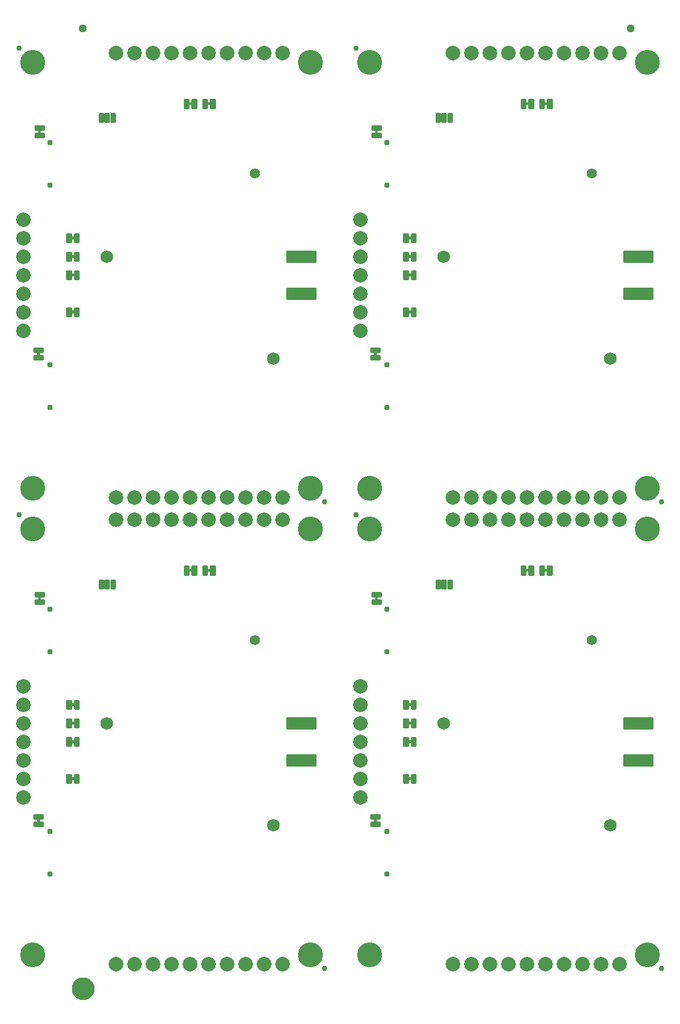
<source format=gbs>
G04 EAGLE Gerber RS-274X export*
G75*
%MOMM*%
%FSLAX34Y34*%
%LPD*%
%INSoldermask Bottom*%
%IPPOS*%
%AMOC8*
5,1,8,0,0,1.08239X$1,22.5*%
G01*
%ADD10C,3.429000*%
%ADD11C,0.228600*%
%ADD12C,0.762000*%
%ADD13C,0.228344*%
%ADD14C,0.777000*%
%ADD15C,0.227778*%
%ADD16C,2.006600*%
%ADD17C,1.727000*%
%ADD18C,1.397000*%
%ADD19C,1.127000*%
%ADD20C,1.270000*%
%ADD21C,1.627000*%

G36*
X497905Y1151902D02*
X497905Y1151902D01*
X497971Y1151904D01*
X498014Y1151922D01*
X498061Y1151930D01*
X498118Y1151964D01*
X498178Y1151989D01*
X498213Y1152020D01*
X498254Y1152045D01*
X498296Y1152096D01*
X498344Y1152140D01*
X498366Y1152182D01*
X498395Y1152219D01*
X498416Y1152281D01*
X498447Y1152340D01*
X498455Y1152394D01*
X498467Y1152431D01*
X498466Y1152471D01*
X498474Y1152525D01*
X498474Y1156335D01*
X498463Y1156400D01*
X498461Y1156466D01*
X498443Y1156509D01*
X498435Y1156556D01*
X498401Y1156613D01*
X498376Y1156673D01*
X498345Y1156708D01*
X498320Y1156749D01*
X498269Y1156791D01*
X498225Y1156839D01*
X498183Y1156861D01*
X498146Y1156890D01*
X498084Y1156911D01*
X498025Y1156942D01*
X497971Y1156950D01*
X497934Y1156962D01*
X497894Y1156961D01*
X497840Y1156969D01*
X495300Y1156969D01*
X495235Y1156958D01*
X495169Y1156956D01*
X495126Y1156938D01*
X495079Y1156930D01*
X495022Y1156896D01*
X494962Y1156871D01*
X494927Y1156840D01*
X494886Y1156815D01*
X494845Y1156764D01*
X494796Y1156720D01*
X494774Y1156678D01*
X494745Y1156641D01*
X494724Y1156579D01*
X494693Y1156520D01*
X494685Y1156466D01*
X494673Y1156429D01*
X494673Y1156425D01*
X494673Y1156424D01*
X494674Y1156389D01*
X494666Y1156335D01*
X494666Y1152525D01*
X494677Y1152460D01*
X494679Y1152394D01*
X494697Y1152351D01*
X494705Y1152304D01*
X494739Y1152247D01*
X494764Y1152187D01*
X494795Y1152152D01*
X494820Y1152111D01*
X494871Y1152070D01*
X494915Y1152021D01*
X494957Y1151999D01*
X494994Y1151970D01*
X495056Y1151949D01*
X495115Y1151918D01*
X495169Y1151910D01*
X495206Y1151898D01*
X495246Y1151899D01*
X495300Y1151891D01*
X497840Y1151891D01*
X497905Y1151902D01*
G37*
G36*
X35625Y1151902D02*
X35625Y1151902D01*
X35691Y1151904D01*
X35734Y1151922D01*
X35781Y1151930D01*
X35838Y1151964D01*
X35898Y1151989D01*
X35933Y1152020D01*
X35974Y1152045D01*
X36016Y1152096D01*
X36064Y1152140D01*
X36086Y1152182D01*
X36115Y1152219D01*
X36136Y1152281D01*
X36167Y1152340D01*
X36175Y1152394D01*
X36187Y1152431D01*
X36186Y1152471D01*
X36194Y1152525D01*
X36194Y1156335D01*
X36183Y1156400D01*
X36181Y1156466D01*
X36163Y1156509D01*
X36155Y1156556D01*
X36121Y1156613D01*
X36096Y1156673D01*
X36065Y1156708D01*
X36040Y1156749D01*
X35989Y1156791D01*
X35945Y1156839D01*
X35903Y1156861D01*
X35866Y1156890D01*
X35804Y1156911D01*
X35745Y1156942D01*
X35691Y1156950D01*
X35654Y1156962D01*
X35614Y1156961D01*
X35560Y1156969D01*
X33020Y1156969D01*
X32955Y1156958D01*
X32889Y1156956D01*
X32846Y1156938D01*
X32799Y1156930D01*
X32742Y1156896D01*
X32682Y1156871D01*
X32647Y1156840D01*
X32606Y1156815D01*
X32565Y1156764D01*
X32516Y1156720D01*
X32494Y1156678D01*
X32465Y1156641D01*
X32444Y1156579D01*
X32413Y1156520D01*
X32405Y1156466D01*
X32393Y1156429D01*
X32393Y1156425D01*
X32393Y1156424D01*
X32394Y1156389D01*
X32386Y1156335D01*
X32386Y1152525D01*
X32397Y1152460D01*
X32399Y1152394D01*
X32417Y1152351D01*
X32425Y1152304D01*
X32459Y1152247D01*
X32484Y1152187D01*
X32515Y1152152D01*
X32540Y1152111D01*
X32591Y1152070D01*
X32635Y1152021D01*
X32677Y1151999D01*
X32714Y1151970D01*
X32776Y1151949D01*
X32835Y1151918D01*
X32889Y1151910D01*
X32926Y1151898D01*
X32966Y1151899D01*
X33020Y1151891D01*
X35560Y1151891D01*
X35625Y1151902D01*
G37*
G36*
X34355Y847102D02*
X34355Y847102D01*
X34421Y847104D01*
X34464Y847122D01*
X34511Y847130D01*
X34568Y847164D01*
X34628Y847189D01*
X34663Y847220D01*
X34704Y847245D01*
X34746Y847296D01*
X34794Y847340D01*
X34816Y847382D01*
X34845Y847419D01*
X34866Y847481D01*
X34897Y847540D01*
X34905Y847594D01*
X34917Y847631D01*
X34916Y847671D01*
X34924Y847725D01*
X34924Y851535D01*
X34913Y851600D01*
X34911Y851666D01*
X34893Y851709D01*
X34885Y851756D01*
X34851Y851813D01*
X34826Y851873D01*
X34795Y851908D01*
X34770Y851949D01*
X34719Y851991D01*
X34675Y852039D01*
X34633Y852061D01*
X34596Y852090D01*
X34534Y852111D01*
X34475Y852142D01*
X34421Y852150D01*
X34384Y852162D01*
X34344Y852161D01*
X34290Y852169D01*
X31750Y852169D01*
X31685Y852158D01*
X31619Y852156D01*
X31576Y852138D01*
X31529Y852130D01*
X31472Y852096D01*
X31412Y852071D01*
X31377Y852040D01*
X31336Y852015D01*
X31295Y851964D01*
X31246Y851920D01*
X31224Y851878D01*
X31195Y851841D01*
X31174Y851779D01*
X31143Y851720D01*
X31135Y851666D01*
X31123Y851629D01*
X31123Y851625D01*
X31123Y851624D01*
X31124Y851589D01*
X31116Y851535D01*
X31116Y847725D01*
X31127Y847660D01*
X31129Y847594D01*
X31147Y847551D01*
X31155Y847504D01*
X31189Y847447D01*
X31214Y847387D01*
X31245Y847352D01*
X31270Y847311D01*
X31321Y847270D01*
X31365Y847221D01*
X31407Y847199D01*
X31444Y847170D01*
X31506Y847149D01*
X31565Y847118D01*
X31619Y847110D01*
X31656Y847098D01*
X31696Y847099D01*
X31750Y847091D01*
X34290Y847091D01*
X34355Y847102D01*
G37*
G36*
X496635Y847102D02*
X496635Y847102D01*
X496701Y847104D01*
X496744Y847122D01*
X496791Y847130D01*
X496848Y847164D01*
X496908Y847189D01*
X496943Y847220D01*
X496984Y847245D01*
X497026Y847296D01*
X497074Y847340D01*
X497096Y847382D01*
X497125Y847419D01*
X497146Y847481D01*
X497177Y847540D01*
X497185Y847594D01*
X497197Y847631D01*
X497196Y847671D01*
X497204Y847725D01*
X497204Y851535D01*
X497193Y851600D01*
X497191Y851666D01*
X497173Y851709D01*
X497165Y851756D01*
X497131Y851813D01*
X497106Y851873D01*
X497075Y851908D01*
X497050Y851949D01*
X496999Y851991D01*
X496955Y852039D01*
X496913Y852061D01*
X496876Y852090D01*
X496814Y852111D01*
X496755Y852142D01*
X496701Y852150D01*
X496664Y852162D01*
X496624Y852161D01*
X496570Y852169D01*
X494030Y852169D01*
X493965Y852158D01*
X493899Y852156D01*
X493856Y852138D01*
X493809Y852130D01*
X493752Y852096D01*
X493692Y852071D01*
X493657Y852040D01*
X493616Y852015D01*
X493575Y851964D01*
X493526Y851920D01*
X493504Y851878D01*
X493475Y851841D01*
X493454Y851779D01*
X493423Y851720D01*
X493415Y851666D01*
X493403Y851629D01*
X493403Y851625D01*
X493403Y851624D01*
X493404Y851589D01*
X493396Y851535D01*
X493396Y847725D01*
X493407Y847660D01*
X493409Y847594D01*
X493427Y847551D01*
X493435Y847504D01*
X493469Y847447D01*
X493494Y847387D01*
X493525Y847352D01*
X493550Y847311D01*
X493601Y847270D01*
X493645Y847221D01*
X493687Y847199D01*
X493724Y847170D01*
X493786Y847149D01*
X493845Y847118D01*
X493899Y847110D01*
X493936Y847098D01*
X493976Y847099D01*
X494030Y847091D01*
X496570Y847091D01*
X496635Y847102D01*
G37*
G36*
X497905Y511822D02*
X497905Y511822D01*
X497971Y511824D01*
X498014Y511842D01*
X498061Y511850D01*
X498118Y511884D01*
X498178Y511909D01*
X498213Y511940D01*
X498254Y511965D01*
X498296Y512016D01*
X498344Y512060D01*
X498366Y512102D01*
X498395Y512139D01*
X498416Y512201D01*
X498447Y512260D01*
X498455Y512314D01*
X498467Y512351D01*
X498466Y512391D01*
X498474Y512445D01*
X498474Y516255D01*
X498463Y516320D01*
X498461Y516386D01*
X498443Y516429D01*
X498435Y516476D01*
X498401Y516533D01*
X498376Y516593D01*
X498345Y516628D01*
X498320Y516669D01*
X498269Y516711D01*
X498225Y516759D01*
X498183Y516781D01*
X498146Y516810D01*
X498084Y516831D01*
X498025Y516862D01*
X497971Y516870D01*
X497934Y516882D01*
X497894Y516881D01*
X497840Y516889D01*
X495300Y516889D01*
X495235Y516878D01*
X495169Y516876D01*
X495126Y516858D01*
X495079Y516850D01*
X495022Y516816D01*
X494962Y516791D01*
X494927Y516760D01*
X494886Y516735D01*
X494845Y516684D01*
X494796Y516640D01*
X494774Y516598D01*
X494745Y516561D01*
X494724Y516499D01*
X494693Y516440D01*
X494685Y516386D01*
X494673Y516349D01*
X494673Y516345D01*
X494673Y516344D01*
X494674Y516309D01*
X494666Y516255D01*
X494666Y512445D01*
X494677Y512380D01*
X494679Y512314D01*
X494697Y512271D01*
X494705Y512224D01*
X494739Y512167D01*
X494764Y512107D01*
X494795Y512072D01*
X494820Y512031D01*
X494871Y511990D01*
X494915Y511941D01*
X494957Y511919D01*
X494994Y511890D01*
X495056Y511869D01*
X495115Y511838D01*
X495169Y511830D01*
X495206Y511818D01*
X495246Y511819D01*
X495300Y511811D01*
X497840Y511811D01*
X497905Y511822D01*
G37*
G36*
X35625Y511822D02*
X35625Y511822D01*
X35691Y511824D01*
X35734Y511842D01*
X35781Y511850D01*
X35838Y511884D01*
X35898Y511909D01*
X35933Y511940D01*
X35974Y511965D01*
X36016Y512016D01*
X36064Y512060D01*
X36086Y512102D01*
X36115Y512139D01*
X36136Y512201D01*
X36167Y512260D01*
X36175Y512314D01*
X36187Y512351D01*
X36186Y512391D01*
X36194Y512445D01*
X36194Y516255D01*
X36183Y516320D01*
X36181Y516386D01*
X36163Y516429D01*
X36155Y516476D01*
X36121Y516533D01*
X36096Y516593D01*
X36065Y516628D01*
X36040Y516669D01*
X35989Y516711D01*
X35945Y516759D01*
X35903Y516781D01*
X35866Y516810D01*
X35804Y516831D01*
X35745Y516862D01*
X35691Y516870D01*
X35654Y516882D01*
X35614Y516881D01*
X35560Y516889D01*
X33020Y516889D01*
X32955Y516878D01*
X32889Y516876D01*
X32846Y516858D01*
X32799Y516850D01*
X32742Y516816D01*
X32682Y516791D01*
X32647Y516760D01*
X32606Y516735D01*
X32565Y516684D01*
X32516Y516640D01*
X32494Y516598D01*
X32465Y516561D01*
X32444Y516499D01*
X32413Y516440D01*
X32405Y516386D01*
X32393Y516349D01*
X32393Y516345D01*
X32393Y516344D01*
X32394Y516309D01*
X32386Y516255D01*
X32386Y512445D01*
X32397Y512380D01*
X32399Y512314D01*
X32417Y512271D01*
X32425Y512224D01*
X32459Y512167D01*
X32484Y512107D01*
X32515Y512072D01*
X32540Y512031D01*
X32591Y511990D01*
X32635Y511941D01*
X32677Y511919D01*
X32714Y511890D01*
X32776Y511869D01*
X32835Y511838D01*
X32889Y511830D01*
X32926Y511818D01*
X32966Y511819D01*
X33020Y511811D01*
X35560Y511811D01*
X35625Y511822D01*
G37*
G36*
X496635Y207022D02*
X496635Y207022D01*
X496701Y207024D01*
X496744Y207042D01*
X496791Y207050D01*
X496848Y207084D01*
X496908Y207109D01*
X496943Y207140D01*
X496984Y207165D01*
X497026Y207216D01*
X497074Y207260D01*
X497096Y207302D01*
X497125Y207339D01*
X497146Y207401D01*
X497177Y207460D01*
X497185Y207514D01*
X497197Y207551D01*
X497196Y207591D01*
X497204Y207645D01*
X497204Y211455D01*
X497193Y211520D01*
X497191Y211586D01*
X497173Y211629D01*
X497165Y211676D01*
X497131Y211733D01*
X497106Y211793D01*
X497075Y211828D01*
X497050Y211869D01*
X496999Y211911D01*
X496955Y211959D01*
X496913Y211981D01*
X496876Y212010D01*
X496814Y212031D01*
X496755Y212062D01*
X496701Y212070D01*
X496664Y212082D01*
X496624Y212081D01*
X496570Y212089D01*
X494030Y212089D01*
X493965Y212078D01*
X493899Y212076D01*
X493856Y212058D01*
X493809Y212050D01*
X493752Y212016D01*
X493692Y211991D01*
X493657Y211960D01*
X493616Y211935D01*
X493575Y211884D01*
X493526Y211840D01*
X493504Y211798D01*
X493475Y211761D01*
X493454Y211699D01*
X493423Y211640D01*
X493415Y211586D01*
X493403Y211549D01*
X493403Y211545D01*
X493403Y211544D01*
X493404Y211509D01*
X493396Y211455D01*
X493396Y207645D01*
X493407Y207580D01*
X493409Y207514D01*
X493427Y207471D01*
X493435Y207424D01*
X493469Y207367D01*
X493494Y207307D01*
X493525Y207272D01*
X493550Y207231D01*
X493601Y207190D01*
X493645Y207141D01*
X493687Y207119D01*
X493724Y207090D01*
X493786Y207069D01*
X493845Y207038D01*
X493899Y207030D01*
X493936Y207018D01*
X493976Y207019D01*
X494030Y207011D01*
X496570Y207011D01*
X496635Y207022D01*
G37*
G36*
X34355Y207022D02*
X34355Y207022D01*
X34421Y207024D01*
X34464Y207042D01*
X34511Y207050D01*
X34568Y207084D01*
X34628Y207109D01*
X34663Y207140D01*
X34704Y207165D01*
X34746Y207216D01*
X34794Y207260D01*
X34816Y207302D01*
X34845Y207339D01*
X34866Y207401D01*
X34897Y207460D01*
X34905Y207514D01*
X34917Y207551D01*
X34916Y207591D01*
X34924Y207645D01*
X34924Y211455D01*
X34913Y211520D01*
X34911Y211586D01*
X34893Y211629D01*
X34885Y211676D01*
X34851Y211733D01*
X34826Y211793D01*
X34795Y211828D01*
X34770Y211869D01*
X34719Y211911D01*
X34675Y211959D01*
X34633Y211981D01*
X34596Y212010D01*
X34534Y212031D01*
X34475Y212062D01*
X34421Y212070D01*
X34384Y212082D01*
X34344Y212081D01*
X34290Y212089D01*
X31750Y212089D01*
X31685Y212078D01*
X31619Y212076D01*
X31576Y212058D01*
X31529Y212050D01*
X31472Y212016D01*
X31412Y211991D01*
X31377Y211960D01*
X31336Y211935D01*
X31295Y211884D01*
X31246Y211840D01*
X31224Y211798D01*
X31195Y211761D01*
X31174Y211699D01*
X31143Y211640D01*
X31135Y211586D01*
X31123Y211549D01*
X31123Y211545D01*
X31123Y211544D01*
X31124Y211509D01*
X31116Y211455D01*
X31116Y207645D01*
X31127Y207580D01*
X31129Y207514D01*
X31147Y207471D01*
X31155Y207424D01*
X31189Y207367D01*
X31214Y207307D01*
X31245Y207272D01*
X31270Y207231D01*
X31321Y207190D01*
X31365Y207141D01*
X31407Y207119D01*
X31444Y207090D01*
X31506Y207069D01*
X31565Y207038D01*
X31619Y207030D01*
X31656Y207018D01*
X31696Y207019D01*
X31750Y207011D01*
X34290Y207011D01*
X34355Y207022D01*
G37*
G36*
X81980Y955687D02*
X81980Y955687D01*
X82046Y955689D01*
X82089Y955707D01*
X82136Y955715D01*
X82193Y955749D01*
X82253Y955774D01*
X82288Y955805D01*
X82329Y955830D01*
X82371Y955881D01*
X82419Y955925D01*
X82441Y955967D01*
X82470Y956004D01*
X82491Y956066D01*
X82522Y956125D01*
X82530Y956179D01*
X82542Y956216D01*
X82541Y956256D01*
X82549Y956310D01*
X82549Y958850D01*
X82538Y958915D01*
X82536Y958981D01*
X82518Y959024D01*
X82510Y959071D01*
X82476Y959128D01*
X82451Y959188D01*
X82420Y959223D01*
X82395Y959264D01*
X82344Y959306D01*
X82300Y959354D01*
X82258Y959376D01*
X82221Y959405D01*
X82159Y959426D01*
X82100Y959457D01*
X82046Y959465D01*
X82009Y959477D01*
X81969Y959476D01*
X81915Y959484D01*
X78105Y959484D01*
X78040Y959473D01*
X77974Y959471D01*
X77931Y959453D01*
X77884Y959445D01*
X77827Y959411D01*
X77767Y959386D01*
X77732Y959355D01*
X77691Y959330D01*
X77650Y959279D01*
X77601Y959235D01*
X77579Y959193D01*
X77550Y959156D01*
X77529Y959094D01*
X77498Y959035D01*
X77490Y958981D01*
X77478Y958944D01*
X77478Y958941D01*
X77479Y958904D01*
X77471Y958850D01*
X77471Y956310D01*
X77482Y956245D01*
X77484Y956179D01*
X77502Y956136D01*
X77510Y956089D01*
X77544Y956032D01*
X77569Y955972D01*
X77600Y955937D01*
X77625Y955896D01*
X77676Y955855D01*
X77720Y955806D01*
X77762Y955784D01*
X77799Y955755D01*
X77861Y955734D01*
X77920Y955703D01*
X77974Y955695D01*
X78011Y955683D01*
X78051Y955684D01*
X78105Y955676D01*
X81915Y955676D01*
X81980Y955687D01*
G37*
G36*
X544260Y955687D02*
X544260Y955687D01*
X544326Y955689D01*
X544369Y955707D01*
X544416Y955715D01*
X544473Y955749D01*
X544533Y955774D01*
X544568Y955805D01*
X544609Y955830D01*
X544651Y955881D01*
X544699Y955925D01*
X544721Y955967D01*
X544750Y956004D01*
X544771Y956066D01*
X544802Y956125D01*
X544810Y956179D01*
X544822Y956216D01*
X544821Y956256D01*
X544829Y956310D01*
X544829Y958850D01*
X544818Y958915D01*
X544816Y958981D01*
X544798Y959024D01*
X544790Y959071D01*
X544756Y959128D01*
X544731Y959188D01*
X544700Y959223D01*
X544675Y959264D01*
X544624Y959306D01*
X544580Y959354D01*
X544538Y959376D01*
X544501Y959405D01*
X544439Y959426D01*
X544380Y959457D01*
X544326Y959465D01*
X544289Y959477D01*
X544249Y959476D01*
X544195Y959484D01*
X540385Y959484D01*
X540320Y959473D01*
X540254Y959471D01*
X540211Y959453D01*
X540164Y959445D01*
X540107Y959411D01*
X540047Y959386D01*
X540012Y959355D01*
X539971Y959330D01*
X539930Y959279D01*
X539881Y959235D01*
X539859Y959193D01*
X539830Y959156D01*
X539809Y959094D01*
X539778Y959035D01*
X539770Y958981D01*
X539758Y958944D01*
X539758Y958941D01*
X539759Y958904D01*
X539751Y958850D01*
X539751Y956310D01*
X539762Y956245D01*
X539764Y956179D01*
X539782Y956136D01*
X539790Y956089D01*
X539824Y956032D01*
X539849Y955972D01*
X539880Y955937D01*
X539905Y955896D01*
X539956Y955855D01*
X540000Y955806D01*
X540042Y955784D01*
X540079Y955755D01*
X540141Y955734D01*
X540200Y955703D01*
X540254Y955695D01*
X540291Y955683D01*
X540331Y955684D01*
X540385Y955676D01*
X544195Y955676D01*
X544260Y955687D01*
G37*
G36*
X81980Y904887D02*
X81980Y904887D01*
X82046Y904889D01*
X82089Y904907D01*
X82136Y904915D01*
X82193Y904949D01*
X82253Y904974D01*
X82288Y905005D01*
X82329Y905030D01*
X82371Y905081D01*
X82419Y905125D01*
X82441Y905167D01*
X82470Y905204D01*
X82491Y905266D01*
X82522Y905325D01*
X82530Y905379D01*
X82542Y905416D01*
X82541Y905456D01*
X82549Y905510D01*
X82549Y908050D01*
X82538Y908115D01*
X82536Y908181D01*
X82518Y908224D01*
X82510Y908271D01*
X82476Y908328D01*
X82451Y908388D01*
X82420Y908423D01*
X82395Y908464D01*
X82344Y908506D01*
X82300Y908554D01*
X82258Y908576D01*
X82221Y908605D01*
X82159Y908626D01*
X82100Y908657D01*
X82046Y908665D01*
X82009Y908677D01*
X81969Y908676D01*
X81915Y908684D01*
X78105Y908684D01*
X78040Y908673D01*
X77974Y908671D01*
X77931Y908653D01*
X77884Y908645D01*
X77827Y908611D01*
X77767Y908586D01*
X77732Y908555D01*
X77691Y908530D01*
X77650Y908479D01*
X77601Y908435D01*
X77579Y908393D01*
X77550Y908356D01*
X77529Y908294D01*
X77498Y908235D01*
X77490Y908181D01*
X77478Y908144D01*
X77478Y908141D01*
X77479Y908104D01*
X77471Y908050D01*
X77471Y905510D01*
X77482Y905445D01*
X77484Y905379D01*
X77502Y905336D01*
X77510Y905289D01*
X77544Y905232D01*
X77569Y905172D01*
X77600Y905137D01*
X77625Y905096D01*
X77676Y905055D01*
X77720Y905006D01*
X77762Y904984D01*
X77799Y904955D01*
X77861Y904934D01*
X77920Y904903D01*
X77974Y904895D01*
X78011Y904883D01*
X78051Y904884D01*
X78105Y904876D01*
X81915Y904876D01*
X81980Y904887D01*
G37*
G36*
X544260Y904887D02*
X544260Y904887D01*
X544326Y904889D01*
X544369Y904907D01*
X544416Y904915D01*
X544473Y904949D01*
X544533Y904974D01*
X544568Y905005D01*
X544609Y905030D01*
X544651Y905081D01*
X544699Y905125D01*
X544721Y905167D01*
X544750Y905204D01*
X544771Y905266D01*
X544802Y905325D01*
X544810Y905379D01*
X544822Y905416D01*
X544821Y905456D01*
X544829Y905510D01*
X544829Y908050D01*
X544818Y908115D01*
X544816Y908181D01*
X544798Y908224D01*
X544790Y908271D01*
X544756Y908328D01*
X544731Y908388D01*
X544700Y908423D01*
X544675Y908464D01*
X544624Y908506D01*
X544580Y908554D01*
X544538Y908576D01*
X544501Y908605D01*
X544439Y908626D01*
X544380Y908657D01*
X544326Y908665D01*
X544289Y908677D01*
X544249Y908676D01*
X544195Y908684D01*
X540385Y908684D01*
X540320Y908673D01*
X540254Y908671D01*
X540211Y908653D01*
X540164Y908645D01*
X540107Y908611D01*
X540047Y908586D01*
X540012Y908555D01*
X539971Y908530D01*
X539930Y908479D01*
X539881Y908435D01*
X539859Y908393D01*
X539830Y908356D01*
X539809Y908294D01*
X539778Y908235D01*
X539770Y908181D01*
X539758Y908144D01*
X539758Y908141D01*
X539759Y908104D01*
X539751Y908050D01*
X539751Y905510D01*
X539762Y905445D01*
X539764Y905379D01*
X539782Y905336D01*
X539790Y905289D01*
X539824Y905232D01*
X539849Y905172D01*
X539880Y905137D01*
X539905Y905096D01*
X539956Y905055D01*
X540000Y905006D01*
X540042Y904984D01*
X540079Y904955D01*
X540141Y904934D01*
X540200Y904903D01*
X540254Y904895D01*
X540291Y904883D01*
X540331Y904884D01*
X540385Y904876D01*
X544195Y904876D01*
X544260Y904887D01*
G37*
G36*
X243270Y1190637D02*
X243270Y1190637D01*
X243336Y1190639D01*
X243379Y1190657D01*
X243426Y1190665D01*
X243483Y1190699D01*
X243543Y1190724D01*
X243578Y1190755D01*
X243619Y1190780D01*
X243661Y1190831D01*
X243709Y1190875D01*
X243731Y1190917D01*
X243760Y1190954D01*
X243781Y1191016D01*
X243812Y1191075D01*
X243820Y1191129D01*
X243832Y1191166D01*
X243831Y1191206D01*
X243839Y1191260D01*
X243839Y1193800D01*
X243828Y1193865D01*
X243826Y1193931D01*
X243808Y1193974D01*
X243800Y1194021D01*
X243766Y1194078D01*
X243741Y1194138D01*
X243710Y1194173D01*
X243685Y1194214D01*
X243634Y1194256D01*
X243590Y1194304D01*
X243548Y1194326D01*
X243511Y1194355D01*
X243449Y1194376D01*
X243390Y1194407D01*
X243336Y1194415D01*
X243299Y1194427D01*
X243259Y1194426D01*
X243205Y1194434D01*
X239395Y1194434D01*
X239330Y1194423D01*
X239264Y1194421D01*
X239221Y1194403D01*
X239174Y1194395D01*
X239117Y1194361D01*
X239057Y1194336D01*
X239022Y1194305D01*
X238981Y1194280D01*
X238940Y1194229D01*
X238891Y1194185D01*
X238869Y1194143D01*
X238840Y1194106D01*
X238819Y1194044D01*
X238788Y1193985D01*
X238780Y1193931D01*
X238768Y1193894D01*
X238768Y1193891D01*
X238769Y1193854D01*
X238761Y1193800D01*
X238761Y1191260D01*
X238772Y1191195D01*
X238774Y1191129D01*
X238792Y1191086D01*
X238800Y1191039D01*
X238834Y1190982D01*
X238859Y1190922D01*
X238890Y1190887D01*
X238915Y1190846D01*
X238966Y1190805D01*
X239010Y1190756D01*
X239052Y1190734D01*
X239089Y1190705D01*
X239151Y1190684D01*
X239210Y1190653D01*
X239264Y1190645D01*
X239301Y1190633D01*
X239341Y1190634D01*
X239395Y1190626D01*
X243205Y1190626D01*
X243270Y1190637D01*
G37*
G36*
X268670Y1190637D02*
X268670Y1190637D01*
X268736Y1190639D01*
X268779Y1190657D01*
X268826Y1190665D01*
X268883Y1190699D01*
X268943Y1190724D01*
X268978Y1190755D01*
X269019Y1190780D01*
X269061Y1190831D01*
X269109Y1190875D01*
X269131Y1190917D01*
X269160Y1190954D01*
X269181Y1191016D01*
X269212Y1191075D01*
X269220Y1191129D01*
X269232Y1191166D01*
X269231Y1191206D01*
X269239Y1191260D01*
X269239Y1193800D01*
X269228Y1193865D01*
X269226Y1193931D01*
X269208Y1193974D01*
X269200Y1194021D01*
X269166Y1194078D01*
X269141Y1194138D01*
X269110Y1194173D01*
X269085Y1194214D01*
X269034Y1194256D01*
X268990Y1194304D01*
X268948Y1194326D01*
X268911Y1194355D01*
X268849Y1194376D01*
X268790Y1194407D01*
X268736Y1194415D01*
X268699Y1194427D01*
X268659Y1194426D01*
X268605Y1194434D01*
X264795Y1194434D01*
X264730Y1194423D01*
X264664Y1194421D01*
X264621Y1194403D01*
X264574Y1194395D01*
X264517Y1194361D01*
X264457Y1194336D01*
X264422Y1194305D01*
X264381Y1194280D01*
X264340Y1194229D01*
X264291Y1194185D01*
X264269Y1194143D01*
X264240Y1194106D01*
X264219Y1194044D01*
X264188Y1193985D01*
X264180Y1193931D01*
X264168Y1193894D01*
X264168Y1193891D01*
X264169Y1193854D01*
X264161Y1193800D01*
X264161Y1191260D01*
X264172Y1191195D01*
X264174Y1191129D01*
X264192Y1191086D01*
X264200Y1191039D01*
X264234Y1190982D01*
X264259Y1190922D01*
X264290Y1190887D01*
X264315Y1190846D01*
X264366Y1190805D01*
X264410Y1190756D01*
X264452Y1190734D01*
X264489Y1190705D01*
X264551Y1190684D01*
X264610Y1190653D01*
X264664Y1190645D01*
X264701Y1190633D01*
X264741Y1190634D01*
X264795Y1190626D01*
X268605Y1190626D01*
X268670Y1190637D01*
G37*
G36*
X705550Y1190637D02*
X705550Y1190637D01*
X705616Y1190639D01*
X705659Y1190657D01*
X705706Y1190665D01*
X705763Y1190699D01*
X705823Y1190724D01*
X705858Y1190755D01*
X705899Y1190780D01*
X705941Y1190831D01*
X705989Y1190875D01*
X706011Y1190917D01*
X706040Y1190954D01*
X706061Y1191016D01*
X706092Y1191075D01*
X706100Y1191129D01*
X706112Y1191166D01*
X706111Y1191206D01*
X706119Y1191260D01*
X706119Y1193800D01*
X706108Y1193865D01*
X706106Y1193931D01*
X706088Y1193974D01*
X706080Y1194021D01*
X706046Y1194078D01*
X706021Y1194138D01*
X705990Y1194173D01*
X705965Y1194214D01*
X705914Y1194256D01*
X705870Y1194304D01*
X705828Y1194326D01*
X705791Y1194355D01*
X705729Y1194376D01*
X705670Y1194407D01*
X705616Y1194415D01*
X705579Y1194427D01*
X705539Y1194426D01*
X705485Y1194434D01*
X701675Y1194434D01*
X701610Y1194423D01*
X701544Y1194421D01*
X701501Y1194403D01*
X701454Y1194395D01*
X701397Y1194361D01*
X701337Y1194336D01*
X701302Y1194305D01*
X701261Y1194280D01*
X701220Y1194229D01*
X701171Y1194185D01*
X701149Y1194143D01*
X701120Y1194106D01*
X701099Y1194044D01*
X701068Y1193985D01*
X701060Y1193931D01*
X701048Y1193894D01*
X701048Y1193891D01*
X701049Y1193854D01*
X701041Y1193800D01*
X701041Y1191260D01*
X701052Y1191195D01*
X701054Y1191129D01*
X701072Y1191086D01*
X701080Y1191039D01*
X701114Y1190982D01*
X701139Y1190922D01*
X701170Y1190887D01*
X701195Y1190846D01*
X701246Y1190805D01*
X701290Y1190756D01*
X701332Y1190734D01*
X701369Y1190705D01*
X701431Y1190684D01*
X701490Y1190653D01*
X701544Y1190645D01*
X701581Y1190633D01*
X701621Y1190634D01*
X701675Y1190626D01*
X705485Y1190626D01*
X705550Y1190637D01*
G37*
G36*
X730950Y1190637D02*
X730950Y1190637D01*
X731016Y1190639D01*
X731059Y1190657D01*
X731106Y1190665D01*
X731163Y1190699D01*
X731223Y1190724D01*
X731258Y1190755D01*
X731299Y1190780D01*
X731341Y1190831D01*
X731389Y1190875D01*
X731411Y1190917D01*
X731440Y1190954D01*
X731461Y1191016D01*
X731492Y1191075D01*
X731500Y1191129D01*
X731512Y1191166D01*
X731511Y1191206D01*
X731519Y1191260D01*
X731519Y1193800D01*
X731508Y1193865D01*
X731506Y1193931D01*
X731488Y1193974D01*
X731480Y1194021D01*
X731446Y1194078D01*
X731421Y1194138D01*
X731390Y1194173D01*
X731365Y1194214D01*
X731314Y1194256D01*
X731270Y1194304D01*
X731228Y1194326D01*
X731191Y1194355D01*
X731129Y1194376D01*
X731070Y1194407D01*
X731016Y1194415D01*
X730979Y1194427D01*
X730939Y1194426D01*
X730885Y1194434D01*
X727075Y1194434D01*
X727010Y1194423D01*
X726944Y1194421D01*
X726901Y1194403D01*
X726854Y1194395D01*
X726797Y1194361D01*
X726737Y1194336D01*
X726702Y1194305D01*
X726661Y1194280D01*
X726620Y1194229D01*
X726571Y1194185D01*
X726549Y1194143D01*
X726520Y1194106D01*
X726499Y1194044D01*
X726468Y1193985D01*
X726460Y1193931D01*
X726448Y1193894D01*
X726448Y1193891D01*
X726449Y1193854D01*
X726441Y1193800D01*
X726441Y1191260D01*
X726452Y1191195D01*
X726454Y1191129D01*
X726472Y1191086D01*
X726480Y1191039D01*
X726514Y1190982D01*
X726539Y1190922D01*
X726570Y1190887D01*
X726595Y1190846D01*
X726646Y1190805D01*
X726690Y1190756D01*
X726732Y1190734D01*
X726769Y1190705D01*
X726831Y1190684D01*
X726890Y1190653D01*
X726944Y1190645D01*
X726981Y1190633D01*
X727021Y1190634D01*
X727075Y1190626D01*
X730885Y1190626D01*
X730950Y1190637D01*
G37*
G36*
X544260Y1006487D02*
X544260Y1006487D01*
X544326Y1006489D01*
X544369Y1006507D01*
X544416Y1006515D01*
X544473Y1006549D01*
X544533Y1006574D01*
X544568Y1006605D01*
X544609Y1006630D01*
X544651Y1006681D01*
X544699Y1006725D01*
X544721Y1006767D01*
X544750Y1006804D01*
X544771Y1006866D01*
X544802Y1006925D01*
X544810Y1006979D01*
X544822Y1007016D01*
X544821Y1007056D01*
X544829Y1007110D01*
X544829Y1009650D01*
X544818Y1009715D01*
X544816Y1009781D01*
X544798Y1009824D01*
X544790Y1009871D01*
X544756Y1009928D01*
X544731Y1009988D01*
X544700Y1010023D01*
X544675Y1010064D01*
X544624Y1010106D01*
X544580Y1010154D01*
X544538Y1010176D01*
X544501Y1010205D01*
X544439Y1010226D01*
X544380Y1010257D01*
X544326Y1010265D01*
X544289Y1010277D01*
X544249Y1010276D01*
X544195Y1010284D01*
X540385Y1010284D01*
X540320Y1010273D01*
X540254Y1010271D01*
X540211Y1010253D01*
X540164Y1010245D01*
X540107Y1010211D01*
X540047Y1010186D01*
X540012Y1010155D01*
X539971Y1010130D01*
X539930Y1010079D01*
X539881Y1010035D01*
X539859Y1009993D01*
X539830Y1009956D01*
X539809Y1009894D01*
X539778Y1009835D01*
X539770Y1009781D01*
X539758Y1009744D01*
X539758Y1009741D01*
X539759Y1009704D01*
X539751Y1009650D01*
X539751Y1007110D01*
X539762Y1007045D01*
X539764Y1006979D01*
X539782Y1006936D01*
X539790Y1006889D01*
X539824Y1006832D01*
X539849Y1006772D01*
X539880Y1006737D01*
X539905Y1006696D01*
X539956Y1006655D01*
X540000Y1006606D01*
X540042Y1006584D01*
X540079Y1006555D01*
X540141Y1006534D01*
X540200Y1006503D01*
X540254Y1006495D01*
X540291Y1006483D01*
X540331Y1006484D01*
X540385Y1006476D01*
X544195Y1006476D01*
X544260Y1006487D01*
G37*
G36*
X81980Y1006487D02*
X81980Y1006487D01*
X82046Y1006489D01*
X82089Y1006507D01*
X82136Y1006515D01*
X82193Y1006549D01*
X82253Y1006574D01*
X82288Y1006605D01*
X82329Y1006630D01*
X82371Y1006681D01*
X82419Y1006725D01*
X82441Y1006767D01*
X82470Y1006804D01*
X82491Y1006866D01*
X82522Y1006925D01*
X82530Y1006979D01*
X82542Y1007016D01*
X82541Y1007056D01*
X82549Y1007110D01*
X82549Y1009650D01*
X82538Y1009715D01*
X82536Y1009781D01*
X82518Y1009824D01*
X82510Y1009871D01*
X82476Y1009928D01*
X82451Y1009988D01*
X82420Y1010023D01*
X82395Y1010064D01*
X82344Y1010106D01*
X82300Y1010154D01*
X82258Y1010176D01*
X82221Y1010205D01*
X82159Y1010226D01*
X82100Y1010257D01*
X82046Y1010265D01*
X82009Y1010277D01*
X81969Y1010276D01*
X81915Y1010284D01*
X78105Y1010284D01*
X78040Y1010273D01*
X77974Y1010271D01*
X77931Y1010253D01*
X77884Y1010245D01*
X77827Y1010211D01*
X77767Y1010186D01*
X77732Y1010155D01*
X77691Y1010130D01*
X77650Y1010079D01*
X77601Y1010035D01*
X77579Y1009993D01*
X77550Y1009956D01*
X77529Y1009894D01*
X77498Y1009835D01*
X77490Y1009781D01*
X77478Y1009744D01*
X77478Y1009741D01*
X77479Y1009704D01*
X77471Y1009650D01*
X77471Y1007110D01*
X77482Y1007045D01*
X77484Y1006979D01*
X77502Y1006936D01*
X77510Y1006889D01*
X77544Y1006832D01*
X77569Y1006772D01*
X77600Y1006737D01*
X77625Y1006696D01*
X77676Y1006655D01*
X77720Y1006606D01*
X77762Y1006584D01*
X77799Y1006555D01*
X77861Y1006534D01*
X77920Y1006503D01*
X77974Y1006495D01*
X78011Y1006483D01*
X78051Y1006484D01*
X78105Y1006476D01*
X81915Y1006476D01*
X81980Y1006487D01*
G37*
G36*
X544260Y981087D02*
X544260Y981087D01*
X544326Y981089D01*
X544369Y981107D01*
X544416Y981115D01*
X544473Y981149D01*
X544533Y981174D01*
X544568Y981205D01*
X544609Y981230D01*
X544651Y981281D01*
X544699Y981325D01*
X544721Y981367D01*
X544750Y981404D01*
X544771Y981466D01*
X544802Y981525D01*
X544810Y981579D01*
X544822Y981616D01*
X544821Y981656D01*
X544829Y981710D01*
X544829Y984250D01*
X544818Y984315D01*
X544816Y984381D01*
X544798Y984424D01*
X544790Y984471D01*
X544756Y984528D01*
X544731Y984588D01*
X544700Y984623D01*
X544675Y984664D01*
X544624Y984706D01*
X544580Y984754D01*
X544538Y984776D01*
X544501Y984805D01*
X544439Y984826D01*
X544380Y984857D01*
X544326Y984865D01*
X544289Y984877D01*
X544249Y984876D01*
X544195Y984884D01*
X540385Y984884D01*
X540320Y984873D01*
X540254Y984871D01*
X540211Y984853D01*
X540164Y984845D01*
X540107Y984811D01*
X540047Y984786D01*
X540012Y984755D01*
X539971Y984730D01*
X539930Y984679D01*
X539881Y984635D01*
X539859Y984593D01*
X539830Y984556D01*
X539809Y984494D01*
X539778Y984435D01*
X539770Y984381D01*
X539758Y984344D01*
X539758Y984341D01*
X539759Y984304D01*
X539751Y984250D01*
X539751Y981710D01*
X539762Y981645D01*
X539764Y981579D01*
X539782Y981536D01*
X539790Y981489D01*
X539824Y981432D01*
X539849Y981372D01*
X539880Y981337D01*
X539905Y981296D01*
X539956Y981255D01*
X540000Y981206D01*
X540042Y981184D01*
X540079Y981155D01*
X540141Y981134D01*
X540200Y981103D01*
X540254Y981095D01*
X540291Y981083D01*
X540331Y981084D01*
X540385Y981076D01*
X544195Y981076D01*
X544260Y981087D01*
G37*
G36*
X81980Y981087D02*
X81980Y981087D01*
X82046Y981089D01*
X82089Y981107D01*
X82136Y981115D01*
X82193Y981149D01*
X82253Y981174D01*
X82288Y981205D01*
X82329Y981230D01*
X82371Y981281D01*
X82419Y981325D01*
X82441Y981367D01*
X82470Y981404D01*
X82491Y981466D01*
X82522Y981525D01*
X82530Y981579D01*
X82542Y981616D01*
X82541Y981656D01*
X82549Y981710D01*
X82549Y984250D01*
X82538Y984315D01*
X82536Y984381D01*
X82518Y984424D01*
X82510Y984471D01*
X82476Y984528D01*
X82451Y984588D01*
X82420Y984623D01*
X82395Y984664D01*
X82344Y984706D01*
X82300Y984754D01*
X82258Y984776D01*
X82221Y984805D01*
X82159Y984826D01*
X82100Y984857D01*
X82046Y984865D01*
X82009Y984877D01*
X81969Y984876D01*
X81915Y984884D01*
X78105Y984884D01*
X78040Y984873D01*
X77974Y984871D01*
X77931Y984853D01*
X77884Y984845D01*
X77827Y984811D01*
X77767Y984786D01*
X77732Y984755D01*
X77691Y984730D01*
X77650Y984679D01*
X77601Y984635D01*
X77579Y984593D01*
X77550Y984556D01*
X77529Y984494D01*
X77498Y984435D01*
X77490Y984381D01*
X77478Y984344D01*
X77478Y984341D01*
X77479Y984304D01*
X77471Y984250D01*
X77471Y981710D01*
X77482Y981645D01*
X77484Y981579D01*
X77502Y981536D01*
X77510Y981489D01*
X77544Y981432D01*
X77569Y981372D01*
X77600Y981337D01*
X77625Y981296D01*
X77676Y981255D01*
X77720Y981206D01*
X77762Y981184D01*
X77799Y981155D01*
X77861Y981134D01*
X77920Y981103D01*
X77974Y981095D01*
X78011Y981083D01*
X78051Y981084D01*
X78105Y981076D01*
X81915Y981076D01*
X81980Y981087D01*
G37*
G36*
X705550Y550557D02*
X705550Y550557D01*
X705616Y550559D01*
X705659Y550577D01*
X705706Y550585D01*
X705763Y550619D01*
X705823Y550644D01*
X705858Y550675D01*
X705899Y550700D01*
X705941Y550751D01*
X705989Y550795D01*
X706011Y550837D01*
X706040Y550874D01*
X706061Y550936D01*
X706092Y550995D01*
X706100Y551049D01*
X706112Y551086D01*
X706111Y551126D01*
X706119Y551180D01*
X706119Y553720D01*
X706108Y553785D01*
X706106Y553851D01*
X706088Y553894D01*
X706080Y553941D01*
X706046Y553998D01*
X706021Y554058D01*
X705990Y554093D01*
X705965Y554134D01*
X705914Y554176D01*
X705870Y554224D01*
X705828Y554246D01*
X705791Y554275D01*
X705729Y554296D01*
X705670Y554327D01*
X705616Y554335D01*
X705579Y554347D01*
X705539Y554346D01*
X705485Y554354D01*
X701675Y554354D01*
X701610Y554343D01*
X701544Y554341D01*
X701501Y554323D01*
X701454Y554315D01*
X701397Y554281D01*
X701337Y554256D01*
X701302Y554225D01*
X701261Y554200D01*
X701220Y554149D01*
X701171Y554105D01*
X701149Y554063D01*
X701120Y554026D01*
X701099Y553964D01*
X701068Y553905D01*
X701060Y553851D01*
X701048Y553814D01*
X701048Y553811D01*
X701049Y553774D01*
X701041Y553720D01*
X701041Y551180D01*
X701052Y551115D01*
X701054Y551049D01*
X701072Y551006D01*
X701080Y550959D01*
X701114Y550902D01*
X701139Y550842D01*
X701170Y550807D01*
X701195Y550766D01*
X701246Y550725D01*
X701290Y550676D01*
X701332Y550654D01*
X701369Y550625D01*
X701431Y550604D01*
X701490Y550573D01*
X701544Y550565D01*
X701581Y550553D01*
X701621Y550554D01*
X701675Y550546D01*
X705485Y550546D01*
X705550Y550557D01*
G37*
G36*
X730950Y550557D02*
X730950Y550557D01*
X731016Y550559D01*
X731059Y550577D01*
X731106Y550585D01*
X731163Y550619D01*
X731223Y550644D01*
X731258Y550675D01*
X731299Y550700D01*
X731341Y550751D01*
X731389Y550795D01*
X731411Y550837D01*
X731440Y550874D01*
X731461Y550936D01*
X731492Y550995D01*
X731500Y551049D01*
X731512Y551086D01*
X731511Y551126D01*
X731519Y551180D01*
X731519Y553720D01*
X731508Y553785D01*
X731506Y553851D01*
X731488Y553894D01*
X731480Y553941D01*
X731446Y553998D01*
X731421Y554058D01*
X731390Y554093D01*
X731365Y554134D01*
X731314Y554176D01*
X731270Y554224D01*
X731228Y554246D01*
X731191Y554275D01*
X731129Y554296D01*
X731070Y554327D01*
X731016Y554335D01*
X730979Y554347D01*
X730939Y554346D01*
X730885Y554354D01*
X727075Y554354D01*
X727010Y554343D01*
X726944Y554341D01*
X726901Y554323D01*
X726854Y554315D01*
X726797Y554281D01*
X726737Y554256D01*
X726702Y554225D01*
X726661Y554200D01*
X726620Y554149D01*
X726571Y554105D01*
X726549Y554063D01*
X726520Y554026D01*
X726499Y553964D01*
X726468Y553905D01*
X726460Y553851D01*
X726448Y553814D01*
X726448Y553811D01*
X726449Y553774D01*
X726441Y553720D01*
X726441Y551180D01*
X726452Y551115D01*
X726454Y551049D01*
X726472Y551006D01*
X726480Y550959D01*
X726514Y550902D01*
X726539Y550842D01*
X726570Y550807D01*
X726595Y550766D01*
X726646Y550725D01*
X726690Y550676D01*
X726732Y550654D01*
X726769Y550625D01*
X726831Y550604D01*
X726890Y550573D01*
X726944Y550565D01*
X726981Y550553D01*
X727021Y550554D01*
X727075Y550546D01*
X730885Y550546D01*
X730950Y550557D01*
G37*
G36*
X243270Y550557D02*
X243270Y550557D01*
X243336Y550559D01*
X243379Y550577D01*
X243426Y550585D01*
X243483Y550619D01*
X243543Y550644D01*
X243578Y550675D01*
X243619Y550700D01*
X243661Y550751D01*
X243709Y550795D01*
X243731Y550837D01*
X243760Y550874D01*
X243781Y550936D01*
X243812Y550995D01*
X243820Y551049D01*
X243832Y551086D01*
X243831Y551126D01*
X243839Y551180D01*
X243839Y553720D01*
X243828Y553785D01*
X243826Y553851D01*
X243808Y553894D01*
X243800Y553941D01*
X243766Y553998D01*
X243741Y554058D01*
X243710Y554093D01*
X243685Y554134D01*
X243634Y554176D01*
X243590Y554224D01*
X243548Y554246D01*
X243511Y554275D01*
X243449Y554296D01*
X243390Y554327D01*
X243336Y554335D01*
X243299Y554347D01*
X243259Y554346D01*
X243205Y554354D01*
X239395Y554354D01*
X239330Y554343D01*
X239264Y554341D01*
X239221Y554323D01*
X239174Y554315D01*
X239117Y554281D01*
X239057Y554256D01*
X239022Y554225D01*
X238981Y554200D01*
X238940Y554149D01*
X238891Y554105D01*
X238869Y554063D01*
X238840Y554026D01*
X238819Y553964D01*
X238788Y553905D01*
X238780Y553851D01*
X238768Y553814D01*
X238768Y553811D01*
X238769Y553774D01*
X238761Y553720D01*
X238761Y551180D01*
X238772Y551115D01*
X238774Y551049D01*
X238792Y551006D01*
X238800Y550959D01*
X238834Y550902D01*
X238859Y550842D01*
X238890Y550807D01*
X238915Y550766D01*
X238966Y550725D01*
X239010Y550676D01*
X239052Y550654D01*
X239089Y550625D01*
X239151Y550604D01*
X239210Y550573D01*
X239264Y550565D01*
X239301Y550553D01*
X239341Y550554D01*
X239395Y550546D01*
X243205Y550546D01*
X243270Y550557D01*
G37*
G36*
X268670Y550557D02*
X268670Y550557D01*
X268736Y550559D01*
X268779Y550577D01*
X268826Y550585D01*
X268883Y550619D01*
X268943Y550644D01*
X268978Y550675D01*
X269019Y550700D01*
X269061Y550751D01*
X269109Y550795D01*
X269131Y550837D01*
X269160Y550874D01*
X269181Y550936D01*
X269212Y550995D01*
X269220Y551049D01*
X269232Y551086D01*
X269231Y551126D01*
X269239Y551180D01*
X269239Y553720D01*
X269228Y553785D01*
X269226Y553851D01*
X269208Y553894D01*
X269200Y553941D01*
X269166Y553998D01*
X269141Y554058D01*
X269110Y554093D01*
X269085Y554134D01*
X269034Y554176D01*
X268990Y554224D01*
X268948Y554246D01*
X268911Y554275D01*
X268849Y554296D01*
X268790Y554327D01*
X268736Y554335D01*
X268699Y554347D01*
X268659Y554346D01*
X268605Y554354D01*
X264795Y554354D01*
X264730Y554343D01*
X264664Y554341D01*
X264621Y554323D01*
X264574Y554315D01*
X264517Y554281D01*
X264457Y554256D01*
X264422Y554225D01*
X264381Y554200D01*
X264340Y554149D01*
X264291Y554105D01*
X264269Y554063D01*
X264240Y554026D01*
X264219Y553964D01*
X264188Y553905D01*
X264180Y553851D01*
X264168Y553814D01*
X264168Y553811D01*
X264169Y553774D01*
X264161Y553720D01*
X264161Y551180D01*
X264172Y551115D01*
X264174Y551049D01*
X264192Y551006D01*
X264200Y550959D01*
X264234Y550902D01*
X264259Y550842D01*
X264290Y550807D01*
X264315Y550766D01*
X264366Y550725D01*
X264410Y550676D01*
X264452Y550654D01*
X264489Y550625D01*
X264551Y550604D01*
X264610Y550573D01*
X264664Y550565D01*
X264701Y550553D01*
X264741Y550554D01*
X264795Y550546D01*
X268605Y550546D01*
X268670Y550557D01*
G37*
G36*
X544260Y366407D02*
X544260Y366407D01*
X544326Y366409D01*
X544369Y366427D01*
X544416Y366435D01*
X544473Y366469D01*
X544533Y366494D01*
X544568Y366525D01*
X544609Y366550D01*
X544651Y366601D01*
X544699Y366645D01*
X544721Y366687D01*
X544750Y366724D01*
X544771Y366786D01*
X544802Y366845D01*
X544810Y366899D01*
X544822Y366936D01*
X544821Y366976D01*
X544829Y367030D01*
X544829Y369570D01*
X544818Y369635D01*
X544816Y369701D01*
X544798Y369744D01*
X544790Y369791D01*
X544756Y369848D01*
X544731Y369908D01*
X544700Y369943D01*
X544675Y369984D01*
X544624Y370026D01*
X544580Y370074D01*
X544538Y370096D01*
X544501Y370125D01*
X544439Y370146D01*
X544380Y370177D01*
X544326Y370185D01*
X544289Y370197D01*
X544249Y370196D01*
X544195Y370204D01*
X540385Y370204D01*
X540320Y370193D01*
X540254Y370191D01*
X540211Y370173D01*
X540164Y370165D01*
X540107Y370131D01*
X540047Y370106D01*
X540012Y370075D01*
X539971Y370050D01*
X539930Y369999D01*
X539881Y369955D01*
X539859Y369913D01*
X539830Y369876D01*
X539809Y369814D01*
X539778Y369755D01*
X539770Y369701D01*
X539758Y369664D01*
X539758Y369661D01*
X539759Y369624D01*
X539751Y369570D01*
X539751Y367030D01*
X539762Y366965D01*
X539764Y366899D01*
X539782Y366856D01*
X539790Y366809D01*
X539824Y366752D01*
X539849Y366692D01*
X539880Y366657D01*
X539905Y366616D01*
X539956Y366575D01*
X540000Y366526D01*
X540042Y366504D01*
X540079Y366475D01*
X540141Y366454D01*
X540200Y366423D01*
X540254Y366415D01*
X540291Y366403D01*
X540331Y366404D01*
X540385Y366396D01*
X544195Y366396D01*
X544260Y366407D01*
G37*
G36*
X81980Y366407D02*
X81980Y366407D01*
X82046Y366409D01*
X82089Y366427D01*
X82136Y366435D01*
X82193Y366469D01*
X82253Y366494D01*
X82288Y366525D01*
X82329Y366550D01*
X82371Y366601D01*
X82419Y366645D01*
X82441Y366687D01*
X82470Y366724D01*
X82491Y366786D01*
X82522Y366845D01*
X82530Y366899D01*
X82542Y366936D01*
X82541Y366976D01*
X82549Y367030D01*
X82549Y369570D01*
X82538Y369635D01*
X82536Y369701D01*
X82518Y369744D01*
X82510Y369791D01*
X82476Y369848D01*
X82451Y369908D01*
X82420Y369943D01*
X82395Y369984D01*
X82344Y370026D01*
X82300Y370074D01*
X82258Y370096D01*
X82221Y370125D01*
X82159Y370146D01*
X82100Y370177D01*
X82046Y370185D01*
X82009Y370197D01*
X81969Y370196D01*
X81915Y370204D01*
X78105Y370204D01*
X78040Y370193D01*
X77974Y370191D01*
X77931Y370173D01*
X77884Y370165D01*
X77827Y370131D01*
X77767Y370106D01*
X77732Y370075D01*
X77691Y370050D01*
X77650Y369999D01*
X77601Y369955D01*
X77579Y369913D01*
X77550Y369876D01*
X77529Y369814D01*
X77498Y369755D01*
X77490Y369701D01*
X77478Y369664D01*
X77478Y369661D01*
X77479Y369624D01*
X77471Y369570D01*
X77471Y367030D01*
X77482Y366965D01*
X77484Y366899D01*
X77502Y366856D01*
X77510Y366809D01*
X77544Y366752D01*
X77569Y366692D01*
X77600Y366657D01*
X77625Y366616D01*
X77676Y366575D01*
X77720Y366526D01*
X77762Y366504D01*
X77799Y366475D01*
X77861Y366454D01*
X77920Y366423D01*
X77974Y366415D01*
X78011Y366403D01*
X78051Y366404D01*
X78105Y366396D01*
X81915Y366396D01*
X81980Y366407D01*
G37*
G36*
X81980Y341007D02*
X81980Y341007D01*
X82046Y341009D01*
X82089Y341027D01*
X82136Y341035D01*
X82193Y341069D01*
X82253Y341094D01*
X82288Y341125D01*
X82329Y341150D01*
X82371Y341201D01*
X82419Y341245D01*
X82441Y341287D01*
X82470Y341324D01*
X82491Y341386D01*
X82522Y341445D01*
X82530Y341499D01*
X82542Y341536D01*
X82541Y341576D01*
X82549Y341630D01*
X82549Y344170D01*
X82538Y344235D01*
X82536Y344301D01*
X82518Y344344D01*
X82510Y344391D01*
X82476Y344448D01*
X82451Y344508D01*
X82420Y344543D01*
X82395Y344584D01*
X82344Y344626D01*
X82300Y344674D01*
X82258Y344696D01*
X82221Y344725D01*
X82159Y344746D01*
X82100Y344777D01*
X82046Y344785D01*
X82009Y344797D01*
X81969Y344796D01*
X81915Y344804D01*
X78105Y344804D01*
X78040Y344793D01*
X77974Y344791D01*
X77931Y344773D01*
X77884Y344765D01*
X77827Y344731D01*
X77767Y344706D01*
X77732Y344675D01*
X77691Y344650D01*
X77650Y344599D01*
X77601Y344555D01*
X77579Y344513D01*
X77550Y344476D01*
X77529Y344414D01*
X77498Y344355D01*
X77490Y344301D01*
X77478Y344264D01*
X77478Y344261D01*
X77479Y344224D01*
X77471Y344170D01*
X77471Y341630D01*
X77482Y341565D01*
X77484Y341499D01*
X77502Y341456D01*
X77510Y341409D01*
X77544Y341352D01*
X77569Y341292D01*
X77600Y341257D01*
X77625Y341216D01*
X77676Y341175D01*
X77720Y341126D01*
X77762Y341104D01*
X77799Y341075D01*
X77861Y341054D01*
X77920Y341023D01*
X77974Y341015D01*
X78011Y341003D01*
X78051Y341004D01*
X78105Y340996D01*
X81915Y340996D01*
X81980Y341007D01*
G37*
G36*
X544260Y341007D02*
X544260Y341007D01*
X544326Y341009D01*
X544369Y341027D01*
X544416Y341035D01*
X544473Y341069D01*
X544533Y341094D01*
X544568Y341125D01*
X544609Y341150D01*
X544651Y341201D01*
X544699Y341245D01*
X544721Y341287D01*
X544750Y341324D01*
X544771Y341386D01*
X544802Y341445D01*
X544810Y341499D01*
X544822Y341536D01*
X544821Y341576D01*
X544829Y341630D01*
X544829Y344170D01*
X544818Y344235D01*
X544816Y344301D01*
X544798Y344344D01*
X544790Y344391D01*
X544756Y344448D01*
X544731Y344508D01*
X544700Y344543D01*
X544675Y344584D01*
X544624Y344626D01*
X544580Y344674D01*
X544538Y344696D01*
X544501Y344725D01*
X544439Y344746D01*
X544380Y344777D01*
X544326Y344785D01*
X544289Y344797D01*
X544249Y344796D01*
X544195Y344804D01*
X540385Y344804D01*
X540320Y344793D01*
X540254Y344791D01*
X540211Y344773D01*
X540164Y344765D01*
X540107Y344731D01*
X540047Y344706D01*
X540012Y344675D01*
X539971Y344650D01*
X539930Y344599D01*
X539881Y344555D01*
X539859Y344513D01*
X539830Y344476D01*
X539809Y344414D01*
X539778Y344355D01*
X539770Y344301D01*
X539758Y344264D01*
X539758Y344261D01*
X539759Y344224D01*
X539751Y344170D01*
X539751Y341630D01*
X539762Y341565D01*
X539764Y341499D01*
X539782Y341456D01*
X539790Y341409D01*
X539824Y341352D01*
X539849Y341292D01*
X539880Y341257D01*
X539905Y341216D01*
X539956Y341175D01*
X540000Y341126D01*
X540042Y341104D01*
X540079Y341075D01*
X540141Y341054D01*
X540200Y341023D01*
X540254Y341015D01*
X540291Y341003D01*
X540331Y341004D01*
X540385Y340996D01*
X544195Y340996D01*
X544260Y341007D01*
G37*
G36*
X544260Y315607D02*
X544260Y315607D01*
X544326Y315609D01*
X544369Y315627D01*
X544416Y315635D01*
X544473Y315669D01*
X544533Y315694D01*
X544568Y315725D01*
X544609Y315750D01*
X544651Y315801D01*
X544699Y315845D01*
X544721Y315887D01*
X544750Y315924D01*
X544771Y315986D01*
X544802Y316045D01*
X544810Y316099D01*
X544822Y316136D01*
X544821Y316176D01*
X544829Y316230D01*
X544829Y318770D01*
X544818Y318835D01*
X544816Y318901D01*
X544798Y318944D01*
X544790Y318991D01*
X544756Y319048D01*
X544731Y319108D01*
X544700Y319143D01*
X544675Y319184D01*
X544624Y319226D01*
X544580Y319274D01*
X544538Y319296D01*
X544501Y319325D01*
X544439Y319346D01*
X544380Y319377D01*
X544326Y319385D01*
X544289Y319397D01*
X544249Y319396D01*
X544195Y319404D01*
X540385Y319404D01*
X540320Y319393D01*
X540254Y319391D01*
X540211Y319373D01*
X540164Y319365D01*
X540107Y319331D01*
X540047Y319306D01*
X540012Y319275D01*
X539971Y319250D01*
X539930Y319199D01*
X539881Y319155D01*
X539859Y319113D01*
X539830Y319076D01*
X539809Y319014D01*
X539778Y318955D01*
X539770Y318901D01*
X539758Y318864D01*
X539758Y318861D01*
X539759Y318824D01*
X539751Y318770D01*
X539751Y316230D01*
X539762Y316165D01*
X539764Y316099D01*
X539782Y316056D01*
X539790Y316009D01*
X539824Y315952D01*
X539849Y315892D01*
X539880Y315857D01*
X539905Y315816D01*
X539956Y315775D01*
X540000Y315726D01*
X540042Y315704D01*
X540079Y315675D01*
X540141Y315654D01*
X540200Y315623D01*
X540254Y315615D01*
X540291Y315603D01*
X540331Y315604D01*
X540385Y315596D01*
X544195Y315596D01*
X544260Y315607D01*
G37*
G36*
X81980Y315607D02*
X81980Y315607D01*
X82046Y315609D01*
X82089Y315627D01*
X82136Y315635D01*
X82193Y315669D01*
X82253Y315694D01*
X82288Y315725D01*
X82329Y315750D01*
X82371Y315801D01*
X82419Y315845D01*
X82441Y315887D01*
X82470Y315924D01*
X82491Y315986D01*
X82522Y316045D01*
X82530Y316099D01*
X82542Y316136D01*
X82541Y316176D01*
X82549Y316230D01*
X82549Y318770D01*
X82538Y318835D01*
X82536Y318901D01*
X82518Y318944D01*
X82510Y318991D01*
X82476Y319048D01*
X82451Y319108D01*
X82420Y319143D01*
X82395Y319184D01*
X82344Y319226D01*
X82300Y319274D01*
X82258Y319296D01*
X82221Y319325D01*
X82159Y319346D01*
X82100Y319377D01*
X82046Y319385D01*
X82009Y319397D01*
X81969Y319396D01*
X81915Y319404D01*
X78105Y319404D01*
X78040Y319393D01*
X77974Y319391D01*
X77931Y319373D01*
X77884Y319365D01*
X77827Y319331D01*
X77767Y319306D01*
X77732Y319275D01*
X77691Y319250D01*
X77650Y319199D01*
X77601Y319155D01*
X77579Y319113D01*
X77550Y319076D01*
X77529Y319014D01*
X77498Y318955D01*
X77490Y318901D01*
X77478Y318864D01*
X77478Y318861D01*
X77479Y318824D01*
X77471Y318770D01*
X77471Y316230D01*
X77482Y316165D01*
X77484Y316099D01*
X77502Y316056D01*
X77510Y316009D01*
X77544Y315952D01*
X77569Y315892D01*
X77600Y315857D01*
X77625Y315816D01*
X77676Y315775D01*
X77720Y315726D01*
X77762Y315704D01*
X77799Y315675D01*
X77861Y315654D01*
X77920Y315623D01*
X77974Y315615D01*
X78011Y315603D01*
X78051Y315604D01*
X78105Y315596D01*
X81915Y315596D01*
X81980Y315607D01*
G37*
G36*
X544260Y264807D02*
X544260Y264807D01*
X544326Y264809D01*
X544369Y264827D01*
X544416Y264835D01*
X544473Y264869D01*
X544533Y264894D01*
X544568Y264925D01*
X544609Y264950D01*
X544651Y265001D01*
X544699Y265045D01*
X544721Y265087D01*
X544750Y265124D01*
X544771Y265186D01*
X544802Y265245D01*
X544810Y265299D01*
X544822Y265336D01*
X544821Y265376D01*
X544829Y265430D01*
X544829Y267970D01*
X544818Y268035D01*
X544816Y268101D01*
X544798Y268144D01*
X544790Y268191D01*
X544756Y268248D01*
X544731Y268308D01*
X544700Y268343D01*
X544675Y268384D01*
X544624Y268426D01*
X544580Y268474D01*
X544538Y268496D01*
X544501Y268525D01*
X544439Y268546D01*
X544380Y268577D01*
X544326Y268585D01*
X544289Y268597D01*
X544249Y268596D01*
X544195Y268604D01*
X540385Y268604D01*
X540320Y268593D01*
X540254Y268591D01*
X540211Y268573D01*
X540164Y268565D01*
X540107Y268531D01*
X540047Y268506D01*
X540012Y268475D01*
X539971Y268450D01*
X539930Y268399D01*
X539881Y268355D01*
X539859Y268313D01*
X539830Y268276D01*
X539809Y268214D01*
X539778Y268155D01*
X539770Y268101D01*
X539758Y268064D01*
X539758Y268061D01*
X539759Y268024D01*
X539751Y267970D01*
X539751Y265430D01*
X539762Y265365D01*
X539764Y265299D01*
X539782Y265256D01*
X539790Y265209D01*
X539824Y265152D01*
X539849Y265092D01*
X539880Y265057D01*
X539905Y265016D01*
X539956Y264975D01*
X540000Y264926D01*
X540042Y264904D01*
X540079Y264875D01*
X540141Y264854D01*
X540200Y264823D01*
X540254Y264815D01*
X540291Y264803D01*
X540331Y264804D01*
X540385Y264796D01*
X544195Y264796D01*
X544260Y264807D01*
G37*
G36*
X81980Y264807D02*
X81980Y264807D01*
X82046Y264809D01*
X82089Y264827D01*
X82136Y264835D01*
X82193Y264869D01*
X82253Y264894D01*
X82288Y264925D01*
X82329Y264950D01*
X82371Y265001D01*
X82419Y265045D01*
X82441Y265087D01*
X82470Y265124D01*
X82491Y265186D01*
X82522Y265245D01*
X82530Y265299D01*
X82542Y265336D01*
X82541Y265376D01*
X82549Y265430D01*
X82549Y267970D01*
X82538Y268035D01*
X82536Y268101D01*
X82518Y268144D01*
X82510Y268191D01*
X82476Y268248D01*
X82451Y268308D01*
X82420Y268343D01*
X82395Y268384D01*
X82344Y268426D01*
X82300Y268474D01*
X82258Y268496D01*
X82221Y268525D01*
X82159Y268546D01*
X82100Y268577D01*
X82046Y268585D01*
X82009Y268597D01*
X81969Y268596D01*
X81915Y268604D01*
X78105Y268604D01*
X78040Y268593D01*
X77974Y268591D01*
X77931Y268573D01*
X77884Y268565D01*
X77827Y268531D01*
X77767Y268506D01*
X77732Y268475D01*
X77691Y268450D01*
X77650Y268399D01*
X77601Y268355D01*
X77579Y268313D01*
X77550Y268276D01*
X77529Y268214D01*
X77498Y268155D01*
X77490Y268101D01*
X77478Y268064D01*
X77478Y268061D01*
X77479Y268024D01*
X77471Y267970D01*
X77471Y265430D01*
X77482Y265365D01*
X77484Y265299D01*
X77502Y265256D01*
X77510Y265209D01*
X77544Y265152D01*
X77569Y265092D01*
X77600Y265057D01*
X77625Y265016D01*
X77676Y264975D01*
X77720Y264926D01*
X77762Y264904D01*
X77799Y264875D01*
X77861Y264854D01*
X77920Y264823D01*
X77974Y264815D01*
X78011Y264803D01*
X78051Y264804D01*
X78105Y264796D01*
X81915Y264796D01*
X81980Y264807D01*
G37*
D10*
X25400Y609346D03*
X406400Y609346D03*
D11*
X137795Y539242D02*
X132461Y539242D01*
X137795Y539242D02*
X137795Y527558D01*
X132461Y527558D01*
X132461Y539242D01*
X132461Y529730D02*
X137795Y529730D01*
X137795Y531902D02*
X132461Y531902D01*
X132461Y534074D02*
X137795Y534074D01*
X137795Y536246D02*
X132461Y536246D01*
X132461Y538418D02*
X137795Y538418D01*
X129667Y539242D02*
X124333Y539242D01*
X129667Y539242D02*
X129667Y527558D01*
X124333Y527558D01*
X124333Y539242D01*
X124333Y529730D02*
X129667Y529730D01*
X129667Y531902D02*
X124333Y531902D01*
X124333Y534074D02*
X129667Y534074D01*
X129667Y536246D02*
X124333Y536246D01*
X124333Y538418D02*
X129667Y538418D01*
X121539Y539242D02*
X116205Y539242D01*
X121539Y539242D02*
X121539Y527558D01*
X116205Y527558D01*
X116205Y539242D01*
X116205Y529730D02*
X121539Y529730D01*
X121539Y531902D02*
X116205Y531902D01*
X116205Y534074D02*
X121539Y534074D01*
X121539Y536246D02*
X116205Y536246D01*
X116205Y538418D02*
X121539Y538418D01*
D12*
X425450Y6350D03*
X6350Y628396D03*
D10*
X25400Y25400D03*
X406400Y25400D03*
D13*
X88013Y272544D02*
X82421Y272544D01*
X88013Y272544D02*
X88013Y260856D01*
X82421Y260856D01*
X82421Y272544D01*
X82421Y263025D02*
X88013Y263025D01*
X88013Y265194D02*
X82421Y265194D01*
X82421Y267363D02*
X88013Y267363D01*
X88013Y269532D02*
X82421Y269532D01*
X82421Y271701D02*
X88013Y271701D01*
X77599Y272544D02*
X72007Y272544D01*
X77599Y272544D02*
X77599Y260856D01*
X72007Y260856D01*
X72007Y272544D01*
X72007Y263025D02*
X77599Y263025D01*
X77599Y265194D02*
X72007Y265194D01*
X72007Y267363D02*
X77599Y267363D01*
X77599Y269532D02*
X72007Y269532D01*
X72007Y271701D02*
X77599Y271701D01*
D14*
X49050Y194000D03*
X49050Y136200D03*
D15*
X374204Y335904D02*
X374204Y349896D01*
X413196Y349896D01*
X413196Y335904D01*
X374204Y335904D01*
X374204Y338068D02*
X413196Y338068D01*
X413196Y340232D02*
X374204Y340232D01*
X374204Y342396D02*
X413196Y342396D01*
X413196Y344560D02*
X374204Y344560D01*
X374204Y346724D02*
X413196Y346724D01*
X413196Y348888D02*
X374204Y348888D01*
X374204Y299096D02*
X374204Y285104D01*
X374204Y299096D02*
X413196Y299096D01*
X413196Y285104D01*
X374204Y285104D01*
X374204Y287268D02*
X413196Y287268D01*
X413196Y289432D02*
X374204Y289432D01*
X374204Y291596D02*
X413196Y291596D01*
X413196Y293760D02*
X374204Y293760D01*
X374204Y295924D02*
X413196Y295924D01*
X413196Y298088D02*
X374204Y298088D01*
D16*
X12700Y241300D03*
X12700Y266700D03*
X12700Y292100D03*
X12700Y317500D03*
X12700Y342900D03*
X12700Y368300D03*
X12700Y393700D03*
D13*
X27176Y217553D02*
X27176Y211961D01*
X27176Y217553D02*
X38864Y217553D01*
X38864Y211961D01*
X27176Y211961D01*
X27176Y214130D02*
X38864Y214130D01*
X38864Y216299D02*
X27176Y216299D01*
X27176Y207139D02*
X27176Y201547D01*
X27176Y207139D02*
X38864Y207139D01*
X38864Y201547D01*
X27176Y201547D01*
X27176Y203716D02*
X38864Y203716D01*
X38864Y205885D02*
X27176Y205885D01*
X269111Y558294D02*
X274703Y558294D01*
X274703Y546606D01*
X269111Y546606D01*
X269111Y558294D01*
X269111Y548775D02*
X274703Y548775D01*
X274703Y550944D02*
X269111Y550944D01*
X269111Y553113D02*
X274703Y553113D01*
X274703Y555282D02*
X269111Y555282D01*
X269111Y557451D02*
X274703Y557451D01*
X264289Y558294D02*
X258697Y558294D01*
X264289Y558294D02*
X264289Y546606D01*
X258697Y546606D01*
X258697Y558294D01*
X258697Y548775D02*
X264289Y548775D01*
X264289Y550944D02*
X258697Y550944D01*
X258697Y553113D02*
X264289Y553113D01*
X264289Y555282D02*
X258697Y555282D01*
X258697Y557451D02*
X264289Y557451D01*
X249303Y558294D02*
X243711Y558294D01*
X249303Y558294D02*
X249303Y546606D01*
X243711Y546606D01*
X243711Y558294D01*
X243711Y548775D02*
X249303Y548775D01*
X249303Y550944D02*
X243711Y550944D01*
X243711Y553113D02*
X249303Y553113D01*
X249303Y555282D02*
X243711Y555282D01*
X243711Y557451D02*
X249303Y557451D01*
X238889Y558294D02*
X233297Y558294D01*
X238889Y558294D02*
X238889Y546606D01*
X233297Y546606D01*
X233297Y558294D01*
X233297Y548775D02*
X238889Y548775D01*
X238889Y550944D02*
X233297Y550944D01*
X233297Y553113D02*
X238889Y553113D01*
X238889Y555282D02*
X233297Y555282D01*
X233297Y557451D02*
X238889Y557451D01*
X88013Y323344D02*
X82421Y323344D01*
X88013Y323344D02*
X88013Y311656D01*
X82421Y311656D01*
X82421Y323344D01*
X82421Y313825D02*
X88013Y313825D01*
X88013Y315994D02*
X82421Y315994D01*
X82421Y318163D02*
X88013Y318163D01*
X88013Y320332D02*
X82421Y320332D01*
X82421Y322501D02*
X88013Y322501D01*
X77599Y323344D02*
X72007Y323344D01*
X77599Y323344D02*
X77599Y311656D01*
X72007Y311656D01*
X72007Y323344D01*
X72007Y313825D02*
X77599Y313825D01*
X77599Y315994D02*
X72007Y315994D01*
X72007Y318163D02*
X77599Y318163D01*
X77599Y320332D02*
X72007Y320332D01*
X72007Y322501D02*
X77599Y322501D01*
X82421Y348744D02*
X88013Y348744D01*
X88013Y337056D01*
X82421Y337056D01*
X82421Y348744D01*
X82421Y339225D02*
X88013Y339225D01*
X88013Y341394D02*
X82421Y341394D01*
X82421Y343563D02*
X88013Y343563D01*
X88013Y345732D02*
X82421Y345732D01*
X82421Y347901D02*
X88013Y347901D01*
X77599Y348744D02*
X72007Y348744D01*
X77599Y348744D02*
X77599Y337056D01*
X72007Y337056D01*
X72007Y348744D01*
X72007Y339225D02*
X77599Y339225D01*
X77599Y341394D02*
X72007Y341394D01*
X72007Y343563D02*
X77599Y343563D01*
X77599Y345732D02*
X72007Y345732D01*
X72007Y347901D02*
X77599Y347901D01*
X82421Y374144D02*
X88013Y374144D01*
X88013Y362456D01*
X82421Y362456D01*
X82421Y374144D01*
X82421Y364625D02*
X88013Y364625D01*
X88013Y366794D02*
X82421Y366794D01*
X82421Y368963D02*
X88013Y368963D01*
X88013Y371132D02*
X82421Y371132D01*
X82421Y373301D02*
X88013Y373301D01*
X77599Y374144D02*
X72007Y374144D01*
X77599Y374144D02*
X77599Y362456D01*
X72007Y362456D01*
X72007Y374144D01*
X72007Y364625D02*
X77599Y364625D01*
X77599Y366794D02*
X72007Y366794D01*
X72007Y368963D02*
X77599Y368963D01*
X77599Y371132D02*
X72007Y371132D01*
X72007Y373301D02*
X77599Y373301D01*
D14*
X49050Y498800D03*
X49050Y441000D03*
D13*
X28446Y516761D02*
X28446Y522353D01*
X40134Y522353D01*
X40134Y516761D01*
X28446Y516761D01*
X28446Y518930D02*
X40134Y518930D01*
X40134Y521099D02*
X28446Y521099D01*
X28446Y511939D02*
X28446Y506347D01*
X28446Y511939D02*
X40134Y511939D01*
X40134Y506347D01*
X28446Y506347D01*
X28446Y508516D02*
X40134Y508516D01*
X40134Y510685D02*
X28446Y510685D01*
D17*
X355600Y203200D03*
X127000Y342900D03*
D16*
X215900Y622300D03*
X190500Y622300D03*
X165100Y622300D03*
X139700Y622300D03*
X139700Y12700D03*
X165100Y12700D03*
X190500Y12700D03*
X215900Y12700D03*
X241300Y12700D03*
X266700Y12700D03*
X292100Y12700D03*
X317500Y12700D03*
X342900Y12700D03*
X368300Y12700D03*
X241300Y622300D03*
X266700Y622300D03*
X292100Y622300D03*
X317500Y622300D03*
X342900Y622300D03*
X368300Y622300D03*
D18*
X330200Y457200D03*
D10*
X487680Y609346D03*
X868680Y609346D03*
D11*
X600075Y539242D02*
X594741Y539242D01*
X600075Y539242D02*
X600075Y527558D01*
X594741Y527558D01*
X594741Y539242D01*
X594741Y529730D02*
X600075Y529730D01*
X600075Y531902D02*
X594741Y531902D01*
X594741Y534074D02*
X600075Y534074D01*
X600075Y536246D02*
X594741Y536246D01*
X594741Y538418D02*
X600075Y538418D01*
X591947Y539242D02*
X586613Y539242D01*
X591947Y539242D02*
X591947Y527558D01*
X586613Y527558D01*
X586613Y539242D01*
X586613Y529730D02*
X591947Y529730D01*
X591947Y531902D02*
X586613Y531902D01*
X586613Y534074D02*
X591947Y534074D01*
X591947Y536246D02*
X586613Y536246D01*
X586613Y538418D02*
X591947Y538418D01*
X583819Y539242D02*
X578485Y539242D01*
X583819Y539242D02*
X583819Y527558D01*
X578485Y527558D01*
X578485Y539242D01*
X578485Y529730D02*
X583819Y529730D01*
X583819Y531902D02*
X578485Y531902D01*
X578485Y534074D02*
X583819Y534074D01*
X583819Y536246D02*
X578485Y536246D01*
X578485Y538418D02*
X583819Y538418D01*
D12*
X887730Y6350D03*
X468630Y628396D03*
D10*
X487680Y25400D03*
X868680Y25400D03*
D13*
X550293Y272544D02*
X544701Y272544D01*
X550293Y272544D02*
X550293Y260856D01*
X544701Y260856D01*
X544701Y272544D01*
X544701Y263025D02*
X550293Y263025D01*
X550293Y265194D02*
X544701Y265194D01*
X544701Y267363D02*
X550293Y267363D01*
X550293Y269532D02*
X544701Y269532D01*
X544701Y271701D02*
X550293Y271701D01*
X539879Y272544D02*
X534287Y272544D01*
X539879Y272544D02*
X539879Y260856D01*
X534287Y260856D01*
X534287Y272544D01*
X534287Y263025D02*
X539879Y263025D01*
X539879Y265194D02*
X534287Y265194D01*
X534287Y267363D02*
X539879Y267363D01*
X539879Y269532D02*
X534287Y269532D01*
X534287Y271701D02*
X539879Y271701D01*
D14*
X511330Y194000D03*
X511330Y136200D03*
D15*
X836484Y335904D02*
X836484Y349896D01*
X875476Y349896D01*
X875476Y335904D01*
X836484Y335904D01*
X836484Y338068D02*
X875476Y338068D01*
X875476Y340232D02*
X836484Y340232D01*
X836484Y342396D02*
X875476Y342396D01*
X875476Y344560D02*
X836484Y344560D01*
X836484Y346724D02*
X875476Y346724D01*
X875476Y348888D02*
X836484Y348888D01*
X836484Y299096D02*
X836484Y285104D01*
X836484Y299096D02*
X875476Y299096D01*
X875476Y285104D01*
X836484Y285104D01*
X836484Y287268D02*
X875476Y287268D01*
X875476Y289432D02*
X836484Y289432D01*
X836484Y291596D02*
X875476Y291596D01*
X875476Y293760D02*
X836484Y293760D01*
X836484Y295924D02*
X875476Y295924D01*
X875476Y298088D02*
X836484Y298088D01*
D16*
X474980Y241300D03*
X474980Y266700D03*
X474980Y292100D03*
X474980Y317500D03*
X474980Y342900D03*
X474980Y368300D03*
X474980Y393700D03*
D13*
X489456Y217553D02*
X489456Y211961D01*
X489456Y217553D02*
X501144Y217553D01*
X501144Y211961D01*
X489456Y211961D01*
X489456Y214130D02*
X501144Y214130D01*
X501144Y216299D02*
X489456Y216299D01*
X489456Y207139D02*
X489456Y201547D01*
X489456Y207139D02*
X501144Y207139D01*
X501144Y201547D01*
X489456Y201547D01*
X489456Y203716D02*
X501144Y203716D01*
X501144Y205885D02*
X489456Y205885D01*
X731391Y558294D02*
X736983Y558294D01*
X736983Y546606D01*
X731391Y546606D01*
X731391Y558294D01*
X731391Y548775D02*
X736983Y548775D01*
X736983Y550944D02*
X731391Y550944D01*
X731391Y553113D02*
X736983Y553113D01*
X736983Y555282D02*
X731391Y555282D01*
X731391Y557451D02*
X736983Y557451D01*
X726569Y558294D02*
X720977Y558294D01*
X726569Y558294D02*
X726569Y546606D01*
X720977Y546606D01*
X720977Y558294D01*
X720977Y548775D02*
X726569Y548775D01*
X726569Y550944D02*
X720977Y550944D01*
X720977Y553113D02*
X726569Y553113D01*
X726569Y555282D02*
X720977Y555282D01*
X720977Y557451D02*
X726569Y557451D01*
X711583Y558294D02*
X705991Y558294D01*
X711583Y558294D02*
X711583Y546606D01*
X705991Y546606D01*
X705991Y558294D01*
X705991Y548775D02*
X711583Y548775D01*
X711583Y550944D02*
X705991Y550944D01*
X705991Y553113D02*
X711583Y553113D01*
X711583Y555282D02*
X705991Y555282D01*
X705991Y557451D02*
X711583Y557451D01*
X701169Y558294D02*
X695577Y558294D01*
X701169Y558294D02*
X701169Y546606D01*
X695577Y546606D01*
X695577Y558294D01*
X695577Y548775D02*
X701169Y548775D01*
X701169Y550944D02*
X695577Y550944D01*
X695577Y553113D02*
X701169Y553113D01*
X701169Y555282D02*
X695577Y555282D01*
X695577Y557451D02*
X701169Y557451D01*
X550293Y323344D02*
X544701Y323344D01*
X550293Y323344D02*
X550293Y311656D01*
X544701Y311656D01*
X544701Y323344D01*
X544701Y313825D02*
X550293Y313825D01*
X550293Y315994D02*
X544701Y315994D01*
X544701Y318163D02*
X550293Y318163D01*
X550293Y320332D02*
X544701Y320332D01*
X544701Y322501D02*
X550293Y322501D01*
X539879Y323344D02*
X534287Y323344D01*
X539879Y323344D02*
X539879Y311656D01*
X534287Y311656D01*
X534287Y323344D01*
X534287Y313825D02*
X539879Y313825D01*
X539879Y315994D02*
X534287Y315994D01*
X534287Y318163D02*
X539879Y318163D01*
X539879Y320332D02*
X534287Y320332D01*
X534287Y322501D02*
X539879Y322501D01*
X544701Y348744D02*
X550293Y348744D01*
X550293Y337056D01*
X544701Y337056D01*
X544701Y348744D01*
X544701Y339225D02*
X550293Y339225D01*
X550293Y341394D02*
X544701Y341394D01*
X544701Y343563D02*
X550293Y343563D01*
X550293Y345732D02*
X544701Y345732D01*
X544701Y347901D02*
X550293Y347901D01*
X539879Y348744D02*
X534287Y348744D01*
X539879Y348744D02*
X539879Y337056D01*
X534287Y337056D01*
X534287Y348744D01*
X534287Y339225D02*
X539879Y339225D01*
X539879Y341394D02*
X534287Y341394D01*
X534287Y343563D02*
X539879Y343563D01*
X539879Y345732D02*
X534287Y345732D01*
X534287Y347901D02*
X539879Y347901D01*
X544701Y374144D02*
X550293Y374144D01*
X550293Y362456D01*
X544701Y362456D01*
X544701Y374144D01*
X544701Y364625D02*
X550293Y364625D01*
X550293Y366794D02*
X544701Y366794D01*
X544701Y368963D02*
X550293Y368963D01*
X550293Y371132D02*
X544701Y371132D01*
X544701Y373301D02*
X550293Y373301D01*
X539879Y374144D02*
X534287Y374144D01*
X539879Y374144D02*
X539879Y362456D01*
X534287Y362456D01*
X534287Y374144D01*
X534287Y364625D02*
X539879Y364625D01*
X539879Y366794D02*
X534287Y366794D01*
X534287Y368963D02*
X539879Y368963D01*
X539879Y371132D02*
X534287Y371132D01*
X534287Y373301D02*
X539879Y373301D01*
D14*
X511330Y498800D03*
X511330Y441000D03*
D13*
X490726Y516761D02*
X490726Y522353D01*
X502414Y522353D01*
X502414Y516761D01*
X490726Y516761D01*
X490726Y518930D02*
X502414Y518930D01*
X502414Y521099D02*
X490726Y521099D01*
X490726Y511939D02*
X490726Y506347D01*
X490726Y511939D02*
X502414Y511939D01*
X502414Y506347D01*
X490726Y506347D01*
X490726Y508516D02*
X502414Y508516D01*
X502414Y510685D02*
X490726Y510685D01*
D17*
X817880Y203200D03*
X589280Y342900D03*
D16*
X678180Y622300D03*
X652780Y622300D03*
X627380Y622300D03*
X601980Y622300D03*
X601980Y12700D03*
X627380Y12700D03*
X652780Y12700D03*
X678180Y12700D03*
X703580Y12700D03*
X728980Y12700D03*
X754380Y12700D03*
X779780Y12700D03*
X805180Y12700D03*
X830580Y12700D03*
X703580Y622300D03*
X728980Y622300D03*
X754380Y622300D03*
X779780Y622300D03*
X805180Y622300D03*
X830580Y622300D03*
D18*
X792480Y457200D03*
D10*
X25400Y1249426D03*
X406400Y1249426D03*
D11*
X137795Y1179322D02*
X132461Y1179322D01*
X137795Y1179322D02*
X137795Y1167638D01*
X132461Y1167638D01*
X132461Y1179322D01*
X132461Y1169810D02*
X137795Y1169810D01*
X137795Y1171982D02*
X132461Y1171982D01*
X132461Y1174154D02*
X137795Y1174154D01*
X137795Y1176326D02*
X132461Y1176326D01*
X132461Y1178498D02*
X137795Y1178498D01*
X129667Y1179322D02*
X124333Y1179322D01*
X129667Y1179322D02*
X129667Y1167638D01*
X124333Y1167638D01*
X124333Y1179322D01*
X124333Y1169810D02*
X129667Y1169810D01*
X129667Y1171982D02*
X124333Y1171982D01*
X124333Y1174154D02*
X129667Y1174154D01*
X129667Y1176326D02*
X124333Y1176326D01*
X124333Y1178498D02*
X129667Y1178498D01*
X121539Y1179322D02*
X116205Y1179322D01*
X121539Y1179322D02*
X121539Y1167638D01*
X116205Y1167638D01*
X116205Y1179322D01*
X116205Y1169810D02*
X121539Y1169810D01*
X121539Y1171982D02*
X116205Y1171982D01*
X116205Y1174154D02*
X121539Y1174154D01*
X121539Y1176326D02*
X116205Y1176326D01*
X116205Y1178498D02*
X121539Y1178498D01*
D12*
X425450Y646430D03*
X6350Y1268476D03*
D10*
X25400Y665480D03*
X406400Y665480D03*
D13*
X88013Y912624D02*
X82421Y912624D01*
X88013Y912624D02*
X88013Y900936D01*
X82421Y900936D01*
X82421Y912624D01*
X82421Y903105D02*
X88013Y903105D01*
X88013Y905274D02*
X82421Y905274D01*
X82421Y907443D02*
X88013Y907443D01*
X88013Y909612D02*
X82421Y909612D01*
X82421Y911781D02*
X88013Y911781D01*
X77599Y912624D02*
X72007Y912624D01*
X77599Y912624D02*
X77599Y900936D01*
X72007Y900936D01*
X72007Y912624D01*
X72007Y903105D02*
X77599Y903105D01*
X77599Y905274D02*
X72007Y905274D01*
X72007Y907443D02*
X77599Y907443D01*
X77599Y909612D02*
X72007Y909612D01*
X72007Y911781D02*
X77599Y911781D01*
D14*
X49050Y834080D03*
X49050Y776280D03*
D15*
X374204Y975984D02*
X374204Y989976D01*
X413196Y989976D01*
X413196Y975984D01*
X374204Y975984D01*
X374204Y978148D02*
X413196Y978148D01*
X413196Y980312D02*
X374204Y980312D01*
X374204Y982476D02*
X413196Y982476D01*
X413196Y984640D02*
X374204Y984640D01*
X374204Y986804D02*
X413196Y986804D01*
X413196Y988968D02*
X374204Y988968D01*
X374204Y939176D02*
X374204Y925184D01*
X374204Y939176D02*
X413196Y939176D01*
X413196Y925184D01*
X374204Y925184D01*
X374204Y927348D02*
X413196Y927348D01*
X413196Y929512D02*
X374204Y929512D01*
X374204Y931676D02*
X413196Y931676D01*
X413196Y933840D02*
X374204Y933840D01*
X374204Y936004D02*
X413196Y936004D01*
X413196Y938168D02*
X374204Y938168D01*
D16*
X12700Y881380D03*
X12700Y906780D03*
X12700Y932180D03*
X12700Y957580D03*
X12700Y982980D03*
X12700Y1008380D03*
X12700Y1033780D03*
D13*
X27176Y857633D02*
X27176Y852041D01*
X27176Y857633D02*
X38864Y857633D01*
X38864Y852041D01*
X27176Y852041D01*
X27176Y854210D02*
X38864Y854210D01*
X38864Y856379D02*
X27176Y856379D01*
X27176Y847219D02*
X27176Y841627D01*
X27176Y847219D02*
X38864Y847219D01*
X38864Y841627D01*
X27176Y841627D01*
X27176Y843796D02*
X38864Y843796D01*
X38864Y845965D02*
X27176Y845965D01*
X269111Y1198374D02*
X274703Y1198374D01*
X274703Y1186686D01*
X269111Y1186686D01*
X269111Y1198374D01*
X269111Y1188855D02*
X274703Y1188855D01*
X274703Y1191024D02*
X269111Y1191024D01*
X269111Y1193193D02*
X274703Y1193193D01*
X274703Y1195362D02*
X269111Y1195362D01*
X269111Y1197531D02*
X274703Y1197531D01*
X264289Y1198374D02*
X258697Y1198374D01*
X264289Y1198374D02*
X264289Y1186686D01*
X258697Y1186686D01*
X258697Y1198374D01*
X258697Y1188855D02*
X264289Y1188855D01*
X264289Y1191024D02*
X258697Y1191024D01*
X258697Y1193193D02*
X264289Y1193193D01*
X264289Y1195362D02*
X258697Y1195362D01*
X258697Y1197531D02*
X264289Y1197531D01*
X249303Y1198374D02*
X243711Y1198374D01*
X249303Y1198374D02*
X249303Y1186686D01*
X243711Y1186686D01*
X243711Y1198374D01*
X243711Y1188855D02*
X249303Y1188855D01*
X249303Y1191024D02*
X243711Y1191024D01*
X243711Y1193193D02*
X249303Y1193193D01*
X249303Y1195362D02*
X243711Y1195362D01*
X243711Y1197531D02*
X249303Y1197531D01*
X238889Y1198374D02*
X233297Y1198374D01*
X238889Y1198374D02*
X238889Y1186686D01*
X233297Y1186686D01*
X233297Y1198374D01*
X233297Y1188855D02*
X238889Y1188855D01*
X238889Y1191024D02*
X233297Y1191024D01*
X233297Y1193193D02*
X238889Y1193193D01*
X238889Y1195362D02*
X233297Y1195362D01*
X233297Y1197531D02*
X238889Y1197531D01*
X88013Y963424D02*
X82421Y963424D01*
X88013Y963424D02*
X88013Y951736D01*
X82421Y951736D01*
X82421Y963424D01*
X82421Y953905D02*
X88013Y953905D01*
X88013Y956074D02*
X82421Y956074D01*
X82421Y958243D02*
X88013Y958243D01*
X88013Y960412D02*
X82421Y960412D01*
X82421Y962581D02*
X88013Y962581D01*
X77599Y963424D02*
X72007Y963424D01*
X77599Y963424D02*
X77599Y951736D01*
X72007Y951736D01*
X72007Y963424D01*
X72007Y953905D02*
X77599Y953905D01*
X77599Y956074D02*
X72007Y956074D01*
X72007Y958243D02*
X77599Y958243D01*
X77599Y960412D02*
X72007Y960412D01*
X72007Y962581D02*
X77599Y962581D01*
X82421Y988824D02*
X88013Y988824D01*
X88013Y977136D01*
X82421Y977136D01*
X82421Y988824D01*
X82421Y979305D02*
X88013Y979305D01*
X88013Y981474D02*
X82421Y981474D01*
X82421Y983643D02*
X88013Y983643D01*
X88013Y985812D02*
X82421Y985812D01*
X82421Y987981D02*
X88013Y987981D01*
X77599Y988824D02*
X72007Y988824D01*
X77599Y988824D02*
X77599Y977136D01*
X72007Y977136D01*
X72007Y988824D01*
X72007Y979305D02*
X77599Y979305D01*
X77599Y981474D02*
X72007Y981474D01*
X72007Y983643D02*
X77599Y983643D01*
X77599Y985812D02*
X72007Y985812D01*
X72007Y987981D02*
X77599Y987981D01*
X82421Y1014224D02*
X88013Y1014224D01*
X88013Y1002536D01*
X82421Y1002536D01*
X82421Y1014224D01*
X82421Y1004705D02*
X88013Y1004705D01*
X88013Y1006874D02*
X82421Y1006874D01*
X82421Y1009043D02*
X88013Y1009043D01*
X88013Y1011212D02*
X82421Y1011212D01*
X82421Y1013381D02*
X88013Y1013381D01*
X77599Y1014224D02*
X72007Y1014224D01*
X77599Y1014224D02*
X77599Y1002536D01*
X72007Y1002536D01*
X72007Y1014224D01*
X72007Y1004705D02*
X77599Y1004705D01*
X77599Y1006874D02*
X72007Y1006874D01*
X72007Y1009043D02*
X77599Y1009043D01*
X77599Y1011212D02*
X72007Y1011212D01*
X72007Y1013381D02*
X77599Y1013381D01*
D14*
X49050Y1138880D03*
X49050Y1081080D03*
D13*
X28446Y1156841D02*
X28446Y1162433D01*
X40134Y1162433D01*
X40134Y1156841D01*
X28446Y1156841D01*
X28446Y1159010D02*
X40134Y1159010D01*
X40134Y1161179D02*
X28446Y1161179D01*
X28446Y1152019D02*
X28446Y1146427D01*
X28446Y1152019D02*
X40134Y1152019D01*
X40134Y1146427D01*
X28446Y1146427D01*
X28446Y1148596D02*
X40134Y1148596D01*
X40134Y1150765D02*
X28446Y1150765D01*
D17*
X355600Y843280D03*
X127000Y982980D03*
D16*
X215900Y1262380D03*
X190500Y1262380D03*
X165100Y1262380D03*
X139700Y1262380D03*
X139700Y652780D03*
X165100Y652780D03*
X190500Y652780D03*
X215900Y652780D03*
X241300Y652780D03*
X266700Y652780D03*
X292100Y652780D03*
X317500Y652780D03*
X342900Y652780D03*
X368300Y652780D03*
X241300Y1262380D03*
X266700Y1262380D03*
X292100Y1262380D03*
X317500Y1262380D03*
X342900Y1262380D03*
X368300Y1262380D03*
D18*
X330200Y1097280D03*
D10*
X487680Y1249426D03*
X868680Y1249426D03*
D11*
X600075Y1179322D02*
X594741Y1179322D01*
X600075Y1179322D02*
X600075Y1167638D01*
X594741Y1167638D01*
X594741Y1179322D01*
X594741Y1169810D02*
X600075Y1169810D01*
X600075Y1171982D02*
X594741Y1171982D01*
X594741Y1174154D02*
X600075Y1174154D01*
X600075Y1176326D02*
X594741Y1176326D01*
X594741Y1178498D02*
X600075Y1178498D01*
X591947Y1179322D02*
X586613Y1179322D01*
X591947Y1179322D02*
X591947Y1167638D01*
X586613Y1167638D01*
X586613Y1179322D01*
X586613Y1169810D02*
X591947Y1169810D01*
X591947Y1171982D02*
X586613Y1171982D01*
X586613Y1174154D02*
X591947Y1174154D01*
X591947Y1176326D02*
X586613Y1176326D01*
X586613Y1178498D02*
X591947Y1178498D01*
X583819Y1179322D02*
X578485Y1179322D01*
X583819Y1179322D02*
X583819Y1167638D01*
X578485Y1167638D01*
X578485Y1179322D01*
X578485Y1169810D02*
X583819Y1169810D01*
X583819Y1171982D02*
X578485Y1171982D01*
X578485Y1174154D02*
X583819Y1174154D01*
X583819Y1176326D02*
X578485Y1176326D01*
X578485Y1178498D02*
X583819Y1178498D01*
D12*
X887730Y646430D03*
X468630Y1268476D03*
D10*
X487680Y665480D03*
X868680Y665480D03*
D13*
X550293Y912624D02*
X544701Y912624D01*
X550293Y912624D02*
X550293Y900936D01*
X544701Y900936D01*
X544701Y912624D01*
X544701Y903105D02*
X550293Y903105D01*
X550293Y905274D02*
X544701Y905274D01*
X544701Y907443D02*
X550293Y907443D01*
X550293Y909612D02*
X544701Y909612D01*
X544701Y911781D02*
X550293Y911781D01*
X539879Y912624D02*
X534287Y912624D01*
X539879Y912624D02*
X539879Y900936D01*
X534287Y900936D01*
X534287Y912624D01*
X534287Y903105D02*
X539879Y903105D01*
X539879Y905274D02*
X534287Y905274D01*
X534287Y907443D02*
X539879Y907443D01*
X539879Y909612D02*
X534287Y909612D01*
X534287Y911781D02*
X539879Y911781D01*
D14*
X511330Y834080D03*
X511330Y776280D03*
D15*
X836484Y975984D02*
X836484Y989976D01*
X875476Y989976D01*
X875476Y975984D01*
X836484Y975984D01*
X836484Y978148D02*
X875476Y978148D01*
X875476Y980312D02*
X836484Y980312D01*
X836484Y982476D02*
X875476Y982476D01*
X875476Y984640D02*
X836484Y984640D01*
X836484Y986804D02*
X875476Y986804D01*
X875476Y988968D02*
X836484Y988968D01*
X836484Y939176D02*
X836484Y925184D01*
X836484Y939176D02*
X875476Y939176D01*
X875476Y925184D01*
X836484Y925184D01*
X836484Y927348D02*
X875476Y927348D01*
X875476Y929512D02*
X836484Y929512D01*
X836484Y931676D02*
X875476Y931676D01*
X875476Y933840D02*
X836484Y933840D01*
X836484Y936004D02*
X875476Y936004D01*
X875476Y938168D02*
X836484Y938168D01*
D16*
X474980Y881380D03*
X474980Y906780D03*
X474980Y932180D03*
X474980Y957580D03*
X474980Y982980D03*
X474980Y1008380D03*
X474980Y1033780D03*
D13*
X489456Y857633D02*
X489456Y852041D01*
X489456Y857633D02*
X501144Y857633D01*
X501144Y852041D01*
X489456Y852041D01*
X489456Y854210D02*
X501144Y854210D01*
X501144Y856379D02*
X489456Y856379D01*
X489456Y847219D02*
X489456Y841627D01*
X489456Y847219D02*
X501144Y847219D01*
X501144Y841627D01*
X489456Y841627D01*
X489456Y843796D02*
X501144Y843796D01*
X501144Y845965D02*
X489456Y845965D01*
X731391Y1198374D02*
X736983Y1198374D01*
X736983Y1186686D01*
X731391Y1186686D01*
X731391Y1198374D01*
X731391Y1188855D02*
X736983Y1188855D01*
X736983Y1191024D02*
X731391Y1191024D01*
X731391Y1193193D02*
X736983Y1193193D01*
X736983Y1195362D02*
X731391Y1195362D01*
X731391Y1197531D02*
X736983Y1197531D01*
X726569Y1198374D02*
X720977Y1198374D01*
X726569Y1198374D02*
X726569Y1186686D01*
X720977Y1186686D01*
X720977Y1198374D01*
X720977Y1188855D02*
X726569Y1188855D01*
X726569Y1191024D02*
X720977Y1191024D01*
X720977Y1193193D02*
X726569Y1193193D01*
X726569Y1195362D02*
X720977Y1195362D01*
X720977Y1197531D02*
X726569Y1197531D01*
X711583Y1198374D02*
X705991Y1198374D01*
X711583Y1198374D02*
X711583Y1186686D01*
X705991Y1186686D01*
X705991Y1198374D01*
X705991Y1188855D02*
X711583Y1188855D01*
X711583Y1191024D02*
X705991Y1191024D01*
X705991Y1193193D02*
X711583Y1193193D01*
X711583Y1195362D02*
X705991Y1195362D01*
X705991Y1197531D02*
X711583Y1197531D01*
X701169Y1198374D02*
X695577Y1198374D01*
X701169Y1198374D02*
X701169Y1186686D01*
X695577Y1186686D01*
X695577Y1198374D01*
X695577Y1188855D02*
X701169Y1188855D01*
X701169Y1191024D02*
X695577Y1191024D01*
X695577Y1193193D02*
X701169Y1193193D01*
X701169Y1195362D02*
X695577Y1195362D01*
X695577Y1197531D02*
X701169Y1197531D01*
X550293Y963424D02*
X544701Y963424D01*
X550293Y963424D02*
X550293Y951736D01*
X544701Y951736D01*
X544701Y963424D01*
X544701Y953905D02*
X550293Y953905D01*
X550293Y956074D02*
X544701Y956074D01*
X544701Y958243D02*
X550293Y958243D01*
X550293Y960412D02*
X544701Y960412D01*
X544701Y962581D02*
X550293Y962581D01*
X539879Y963424D02*
X534287Y963424D01*
X539879Y963424D02*
X539879Y951736D01*
X534287Y951736D01*
X534287Y963424D01*
X534287Y953905D02*
X539879Y953905D01*
X539879Y956074D02*
X534287Y956074D01*
X534287Y958243D02*
X539879Y958243D01*
X539879Y960412D02*
X534287Y960412D01*
X534287Y962581D02*
X539879Y962581D01*
X544701Y988824D02*
X550293Y988824D01*
X550293Y977136D01*
X544701Y977136D01*
X544701Y988824D01*
X544701Y979305D02*
X550293Y979305D01*
X550293Y981474D02*
X544701Y981474D01*
X544701Y983643D02*
X550293Y983643D01*
X550293Y985812D02*
X544701Y985812D01*
X544701Y987981D02*
X550293Y987981D01*
X539879Y988824D02*
X534287Y988824D01*
X539879Y988824D02*
X539879Y977136D01*
X534287Y977136D01*
X534287Y988824D01*
X534287Y979305D02*
X539879Y979305D01*
X539879Y981474D02*
X534287Y981474D01*
X534287Y983643D02*
X539879Y983643D01*
X539879Y985812D02*
X534287Y985812D01*
X534287Y987981D02*
X539879Y987981D01*
X544701Y1014224D02*
X550293Y1014224D01*
X550293Y1002536D01*
X544701Y1002536D01*
X544701Y1014224D01*
X544701Y1004705D02*
X550293Y1004705D01*
X550293Y1006874D02*
X544701Y1006874D01*
X544701Y1009043D02*
X550293Y1009043D01*
X550293Y1011212D02*
X544701Y1011212D01*
X544701Y1013381D02*
X550293Y1013381D01*
X539879Y1014224D02*
X534287Y1014224D01*
X539879Y1014224D02*
X539879Y1002536D01*
X534287Y1002536D01*
X534287Y1014224D01*
X534287Y1004705D02*
X539879Y1004705D01*
X539879Y1006874D02*
X534287Y1006874D01*
X534287Y1009043D02*
X539879Y1009043D01*
X539879Y1011212D02*
X534287Y1011212D01*
X534287Y1013381D02*
X539879Y1013381D01*
D14*
X511330Y1138880D03*
X511330Y1081080D03*
D13*
X490726Y1156841D02*
X490726Y1162433D01*
X502414Y1162433D01*
X502414Y1156841D01*
X490726Y1156841D01*
X490726Y1159010D02*
X502414Y1159010D01*
X502414Y1161179D02*
X490726Y1161179D01*
X490726Y1152019D02*
X490726Y1146427D01*
X490726Y1152019D02*
X502414Y1152019D01*
X502414Y1146427D01*
X490726Y1146427D01*
X490726Y1148596D02*
X502414Y1148596D01*
X502414Y1150765D02*
X490726Y1150765D01*
D17*
X817880Y843280D03*
X589280Y982980D03*
D16*
X678180Y1262380D03*
X652780Y1262380D03*
X627380Y1262380D03*
X601980Y1262380D03*
X601980Y652780D03*
X627380Y652780D03*
X652780Y652780D03*
X678180Y652780D03*
X703580Y652780D03*
X728980Y652780D03*
X754380Y652780D03*
X779780Y652780D03*
X805180Y652780D03*
X830580Y652780D03*
X703580Y1262380D03*
X728980Y1262380D03*
X754380Y1262380D03*
X779780Y1262380D03*
X805180Y1262380D03*
X830580Y1262380D03*
D18*
X792480Y1097280D03*
D19*
X93980Y1296035D03*
X845185Y1296035D03*
D20*
X84925Y-20955D02*
X84928Y-20733D01*
X84936Y-20511D01*
X84950Y-20289D01*
X84969Y-20067D01*
X84993Y-19847D01*
X85023Y-19626D01*
X85058Y-19407D01*
X85099Y-19188D01*
X85145Y-18971D01*
X85196Y-18755D01*
X85253Y-18540D01*
X85315Y-18326D01*
X85382Y-18115D01*
X85454Y-17904D01*
X85532Y-17696D01*
X85614Y-17490D01*
X85702Y-17286D01*
X85794Y-17083D01*
X85892Y-16884D01*
X85994Y-16687D01*
X86101Y-16492D01*
X86213Y-16300D01*
X86330Y-16111D01*
X86451Y-15924D01*
X86577Y-15741D01*
X86707Y-15561D01*
X86842Y-15384D01*
X86980Y-15211D01*
X87123Y-15041D01*
X87271Y-14874D01*
X87422Y-14711D01*
X87577Y-14552D01*
X87736Y-14397D01*
X87899Y-14246D01*
X88066Y-14098D01*
X88236Y-13955D01*
X88409Y-13817D01*
X88586Y-13682D01*
X88766Y-13552D01*
X88949Y-13426D01*
X89136Y-13305D01*
X89325Y-13188D01*
X89517Y-13076D01*
X89712Y-12969D01*
X89909Y-12867D01*
X90108Y-12769D01*
X90311Y-12677D01*
X90515Y-12589D01*
X90721Y-12507D01*
X90929Y-12429D01*
X91140Y-12357D01*
X91351Y-12290D01*
X91565Y-12228D01*
X91780Y-12171D01*
X91996Y-12120D01*
X92213Y-12074D01*
X92432Y-12033D01*
X92651Y-11998D01*
X92872Y-11968D01*
X93092Y-11944D01*
X93314Y-11925D01*
X93536Y-11911D01*
X93758Y-11903D01*
X93980Y-11900D01*
X94202Y-11903D01*
X94424Y-11911D01*
X94646Y-11925D01*
X94868Y-11944D01*
X95088Y-11968D01*
X95309Y-11998D01*
X95528Y-12033D01*
X95747Y-12074D01*
X95964Y-12120D01*
X96180Y-12171D01*
X96395Y-12228D01*
X96609Y-12290D01*
X96820Y-12357D01*
X97031Y-12429D01*
X97239Y-12507D01*
X97445Y-12589D01*
X97649Y-12677D01*
X97852Y-12769D01*
X98051Y-12867D01*
X98248Y-12969D01*
X98443Y-13076D01*
X98635Y-13188D01*
X98824Y-13305D01*
X99011Y-13426D01*
X99194Y-13552D01*
X99374Y-13682D01*
X99551Y-13817D01*
X99724Y-13955D01*
X99894Y-14098D01*
X100061Y-14246D01*
X100224Y-14397D01*
X100383Y-14552D01*
X100538Y-14711D01*
X100689Y-14874D01*
X100837Y-15041D01*
X100980Y-15211D01*
X101118Y-15384D01*
X101253Y-15561D01*
X101383Y-15741D01*
X101509Y-15924D01*
X101630Y-16111D01*
X101747Y-16300D01*
X101859Y-16492D01*
X101966Y-16687D01*
X102068Y-16884D01*
X102166Y-17083D01*
X102258Y-17286D01*
X102346Y-17490D01*
X102428Y-17696D01*
X102506Y-17904D01*
X102578Y-18115D01*
X102645Y-18326D01*
X102707Y-18540D01*
X102764Y-18755D01*
X102815Y-18971D01*
X102861Y-19188D01*
X102902Y-19407D01*
X102937Y-19626D01*
X102967Y-19847D01*
X102991Y-20067D01*
X103010Y-20289D01*
X103024Y-20511D01*
X103032Y-20733D01*
X103035Y-20955D01*
X103032Y-21177D01*
X103024Y-21399D01*
X103010Y-21621D01*
X102991Y-21843D01*
X102967Y-22063D01*
X102937Y-22284D01*
X102902Y-22503D01*
X102861Y-22722D01*
X102815Y-22939D01*
X102764Y-23155D01*
X102707Y-23370D01*
X102645Y-23584D01*
X102578Y-23795D01*
X102506Y-24006D01*
X102428Y-24214D01*
X102346Y-24420D01*
X102258Y-24624D01*
X102166Y-24827D01*
X102068Y-25026D01*
X101966Y-25223D01*
X101859Y-25418D01*
X101747Y-25610D01*
X101630Y-25799D01*
X101509Y-25986D01*
X101383Y-26169D01*
X101253Y-26349D01*
X101118Y-26526D01*
X100980Y-26699D01*
X100837Y-26869D01*
X100689Y-27036D01*
X100538Y-27199D01*
X100383Y-27358D01*
X100224Y-27513D01*
X100061Y-27664D01*
X99894Y-27812D01*
X99724Y-27955D01*
X99551Y-28093D01*
X99374Y-28228D01*
X99194Y-28358D01*
X99011Y-28484D01*
X98824Y-28605D01*
X98635Y-28722D01*
X98443Y-28834D01*
X98248Y-28941D01*
X98051Y-29043D01*
X97852Y-29141D01*
X97649Y-29233D01*
X97445Y-29321D01*
X97239Y-29403D01*
X97031Y-29481D01*
X96820Y-29553D01*
X96609Y-29620D01*
X96395Y-29682D01*
X96180Y-29739D01*
X95964Y-29790D01*
X95747Y-29836D01*
X95528Y-29877D01*
X95309Y-29912D01*
X95088Y-29942D01*
X94868Y-29966D01*
X94646Y-29985D01*
X94424Y-29999D01*
X94202Y-30007D01*
X93980Y-30010D01*
X93758Y-30007D01*
X93536Y-29999D01*
X93314Y-29985D01*
X93092Y-29966D01*
X92872Y-29942D01*
X92651Y-29912D01*
X92432Y-29877D01*
X92213Y-29836D01*
X91996Y-29790D01*
X91780Y-29739D01*
X91565Y-29682D01*
X91351Y-29620D01*
X91140Y-29553D01*
X90929Y-29481D01*
X90721Y-29403D01*
X90515Y-29321D01*
X90311Y-29233D01*
X90108Y-29141D01*
X89909Y-29043D01*
X89712Y-28941D01*
X89517Y-28834D01*
X89325Y-28722D01*
X89136Y-28605D01*
X88949Y-28484D01*
X88766Y-28358D01*
X88586Y-28228D01*
X88409Y-28093D01*
X88236Y-27955D01*
X88066Y-27812D01*
X87899Y-27664D01*
X87736Y-27513D01*
X87577Y-27358D01*
X87422Y-27199D01*
X87271Y-27036D01*
X87123Y-26869D01*
X86980Y-26699D01*
X86842Y-26526D01*
X86707Y-26349D01*
X86577Y-26169D01*
X86451Y-25986D01*
X86330Y-25799D01*
X86213Y-25610D01*
X86101Y-25418D01*
X85994Y-25223D01*
X85892Y-25026D01*
X85794Y-24827D01*
X85702Y-24624D01*
X85614Y-24420D01*
X85532Y-24214D01*
X85454Y-24006D01*
X85382Y-23795D01*
X85315Y-23584D01*
X85253Y-23370D01*
X85196Y-23155D01*
X85145Y-22939D01*
X85099Y-22722D01*
X85058Y-22503D01*
X85023Y-22284D01*
X84993Y-22063D01*
X84969Y-21843D01*
X84950Y-21621D01*
X84936Y-21399D01*
X84928Y-21177D01*
X84925Y-20955D01*
D21*
X93980Y-20955D03*
M02*

</source>
